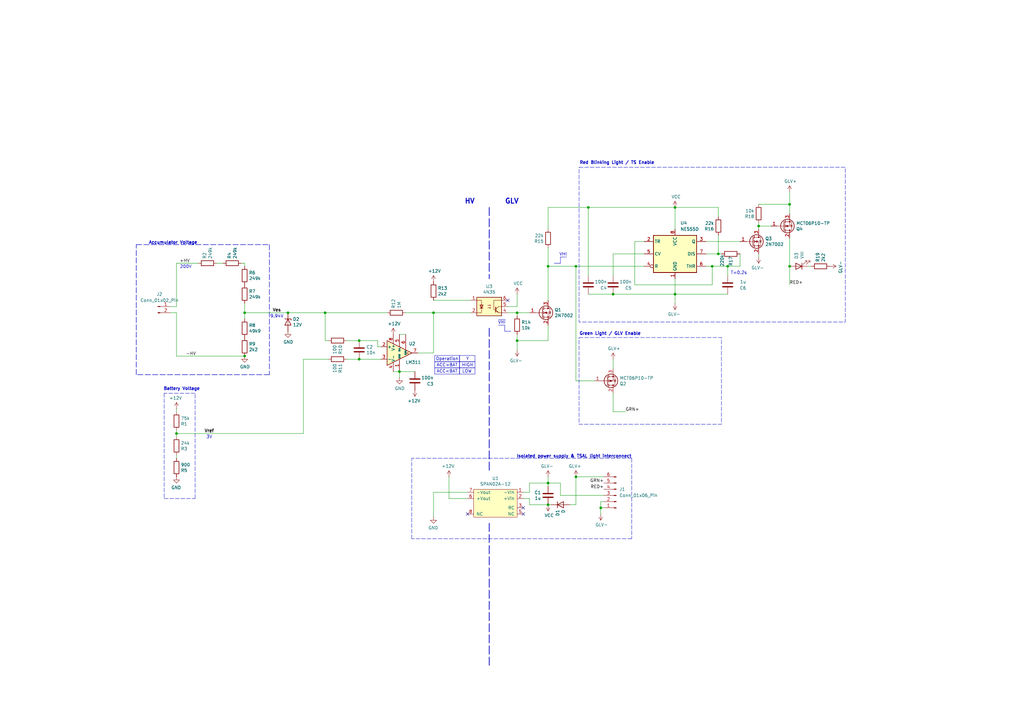
<source format=kicad_sch>
(kicad_sch
	(version 20231120)
	(generator "eeschema")
	(generator_version "8.0")
	(uuid "efd3861c-3368-4a52-b7c1-c66b9c45519a")
	(paper "A3")
	(title_block
		(title "TSAL")
		(date "2025-01-20")
		(rev "1")
		(company "RAM RACING FSAE ")
		(comment 1 "Daniel Ortiz Valencia")
		(comment 2 "danielortval7@gmail.com")
	)
	(lib_symbols
		(symbol "Comparator:LM311"
			(pin_names
				(offset 0.127)
			)
			(exclude_from_sim no)
			(in_bom yes)
			(on_board yes)
			(property "Reference" "U"
				(at 3.81 6.35 0)
				(effects
					(font
						(size 1.27 1.27)
					)
					(justify left)
				)
			)
			(property "Value" "LM311"
				(at 3.81 3.81 0)
				(effects
					(font
						(size 1.27 1.27)
					)
					(justify left)
				)
			)
			(property "Footprint" ""
				(at 0 0 0)
				(effects
					(font
						(size 1.27 1.27)
					)
					(hide yes)
				)
			)
			(property "Datasheet" "https://www.st.com/resource/en/datasheet/lm311.pdf"
				(at 0 0 0)
				(effects
					(font
						(size 1.27 1.27)
					)
					(hide yes)
				)
			)
			(property "Description" "Voltage Comparator, DIP-8/SOIC-8"
				(at 0 0 0)
				(effects
					(font
						(size 1.27 1.27)
					)
					(hide yes)
				)
			)
			(property "ki_keywords" "cmp open collector"
				(at 0 0 0)
				(effects
					(font
						(size 1.27 1.27)
					)
					(hide yes)
				)
			)
			(property "ki_fp_filters" "SOIC*3.9x4.9mm*P1.27mm* DIP*W7.62mm*"
				(at 0 0 0)
				(effects
					(font
						(size 1.27 1.27)
					)
					(hide yes)
				)
			)
			(symbol "LM311_0_1"
				(polyline
					(pts
						(xy 5.08 0) (xy -5.08 5.08) (xy -5.08 -5.08) (xy 5.08 0)
					)
					(stroke
						(width 0.254)
						(type default)
					)
					(fill
						(type background)
					)
				)
				(polyline
					(pts
						(xy 3.683 -0.381) (xy 3.302 -0.381) (xy 3.683 0) (xy 3.302 0.381) (xy 2.921 0) (xy 3.302 -0.381)
						(xy 2.921 -0.381)
					)
					(stroke
						(width 0.127)
						(type default)
					)
					(fill
						(type none)
					)
				)
			)
			(symbol "LM311_1_1"
				(pin passive line
					(at 0 -7.62 90)
					(length 5.08)
					(name "GND"
						(effects
							(font
								(size 0.635 0.635)
							)
						)
					)
					(number "1"
						(effects
							(font
								(size 1.27 1.27)
							)
						)
					)
				)
				(pin input line
					(at -7.62 2.54 0)
					(length 2.54)
					(name "+"
						(effects
							(font
								(size 1.27 1.27)
							)
						)
					)
					(number "2"
						(effects
							(font
								(size 1.27 1.27)
							)
						)
					)
				)
				(pin input line
					(at -7.62 -2.54 0)
					(length 2.54)
					(name "-"
						(effects
							(font
								(size 1.27 1.27)
							)
						)
					)
					(number "3"
						(effects
							(font
								(size 1.27 1.27)
							)
						)
					)
				)
				(pin power_in line
					(at -2.54 -7.62 90)
					(length 3.81)
					(name "V-"
						(effects
							(font
								(size 1.27 1.27)
							)
						)
					)
					(number "4"
						(effects
							(font
								(size 1.27 1.27)
							)
						)
					)
				)
				(pin input line
					(at 0 7.62 270)
					(length 5.08)
					(name "BAL"
						(effects
							(font
								(size 0.635 0.635)
							)
						)
					)
					(number "5"
						(effects
							(font
								(size 1.27 1.27)
							)
						)
					)
				)
				(pin input line
					(at 2.54 7.62 270)
					(length 6.35)
					(name "STRB"
						(effects
							(font
								(size 0.508 0.508)
							)
						)
					)
					(number "6"
						(effects
							(font
								(size 1.27 1.27)
							)
						)
					)
				)
				(pin open_collector line
					(at 7.62 0 180)
					(length 2.54)
					(name "~"
						(effects
							(font
								(size 1.27 1.27)
							)
						)
					)
					(number "7"
						(effects
							(font
								(size 1.27 1.27)
							)
						)
					)
				)
				(pin power_in line
					(at -2.54 7.62 270)
					(length 3.81)
					(name "V+"
						(effects
							(font
								(size 1.27 1.27)
							)
						)
					)
					(number "8"
						(effects
							(font
								(size 1.27 1.27)
							)
						)
					)
				)
			)
		)
		(symbol "Connector:Conn_01x02_Pin"
			(pin_names
				(offset 1.016) hide)
			(exclude_from_sim no)
			(in_bom yes)
			(on_board yes)
			(property "Reference" "J"
				(at 0 2.54 0)
				(effects
					(font
						(size 1.27 1.27)
					)
				)
			)
			(property "Value" "Conn_01x02_Pin"
				(at 0 -5.08 0)
				(effects
					(font
						(size 1.27 1.27)
					)
				)
			)
			(property "Footprint" ""
				(at 0 0 0)
				(effects
					(font
						(size 1.27 1.27)
					)
					(hide yes)
				)
			)
			(property "Datasheet" "~"
				(at 0 0 0)
				(effects
					(font
						(size 1.27 1.27)
					)
					(hide yes)
				)
			)
			(property "Description" "Generic connector, single row, 01x02, script generated"
				(at 0 0 0)
				(effects
					(font
						(size 1.27 1.27)
					)
					(hide yes)
				)
			)
			(property "ki_locked" ""
				(at 0 0 0)
				(effects
					(font
						(size 1.27 1.27)
					)
				)
			)
			(property "ki_keywords" "connector"
				(at 0 0 0)
				(effects
					(font
						(size 1.27 1.27)
					)
					(hide yes)
				)
			)
			(property "ki_fp_filters" "Connector*:*_1x??_*"
				(at 0 0 0)
				(effects
					(font
						(size 1.27 1.27)
					)
					(hide yes)
				)
			)
			(symbol "Conn_01x02_Pin_1_1"
				(polyline
					(pts
						(xy 1.27 -2.54) (xy 0.8636 -2.54)
					)
					(stroke
						(width 0.1524)
						(type default)
					)
					(fill
						(type none)
					)
				)
				(polyline
					(pts
						(xy 1.27 0) (xy 0.8636 0)
					)
					(stroke
						(width 0.1524)
						(type default)
					)
					(fill
						(type none)
					)
				)
				(rectangle
					(start 0.8636 -2.413)
					(end 0 -2.667)
					(stroke
						(width 0.1524)
						(type default)
					)
					(fill
						(type outline)
					)
				)
				(rectangle
					(start 0.8636 0.127)
					(end 0 -0.127)
					(stroke
						(width 0.1524)
						(type default)
					)
					(fill
						(type outline)
					)
				)
				(pin passive line
					(at 5.08 0 180)
					(length 3.81)
					(name "Pin_1"
						(effects
							(font
								(size 1.27 1.27)
							)
						)
					)
					(number "1"
						(effects
							(font
								(size 1.27 1.27)
							)
						)
					)
				)
				(pin passive line
					(at 5.08 -2.54 180)
					(length 3.81)
					(name "Pin_2"
						(effects
							(font
								(size 1.27 1.27)
							)
						)
					)
					(number "2"
						(effects
							(font
								(size 1.27 1.27)
							)
						)
					)
				)
			)
		)
		(symbol "Connector:Conn_01x06_Pin"
			(pin_names
				(offset 1.016) hide)
			(exclude_from_sim no)
			(in_bom yes)
			(on_board yes)
			(property "Reference" "J"
				(at 0 7.62 0)
				(effects
					(font
						(size 1.27 1.27)
					)
				)
			)
			(property "Value" "Conn_01x06_Pin"
				(at 0 -10.16 0)
				(effects
					(font
						(size 1.27 1.27)
					)
				)
			)
			(property "Footprint" ""
				(at 0 0 0)
				(effects
					(font
						(size 1.27 1.27)
					)
					(hide yes)
				)
			)
			(property "Datasheet" "~"
				(at 0 0 0)
				(effects
					(font
						(size 1.27 1.27)
					)
					(hide yes)
				)
			)
			(property "Description" "Generic connector, single row, 01x06, script generated"
				(at 0 0 0)
				(effects
					(font
						(size 1.27 1.27)
					)
					(hide yes)
				)
			)
			(property "ki_locked" ""
				(at 0 0 0)
				(effects
					(font
						(size 1.27 1.27)
					)
				)
			)
			(property "ki_keywords" "connector"
				(at 0 0 0)
				(effects
					(font
						(size 1.27 1.27)
					)
					(hide yes)
				)
			)
			(property "ki_fp_filters" "Connector*:*_1x??_*"
				(at 0 0 0)
				(effects
					(font
						(size 1.27 1.27)
					)
					(hide yes)
				)
			)
			(symbol "Conn_01x06_Pin_1_1"
				(polyline
					(pts
						(xy 1.27 -7.62) (xy 0.8636 -7.62)
					)
					(stroke
						(width 0.1524)
						(type default)
					)
					(fill
						(type none)
					)
				)
				(polyline
					(pts
						(xy 1.27 -5.08) (xy 0.8636 -5.08)
					)
					(stroke
						(width 0.1524)
						(type default)
					)
					(fill
						(type none)
					)
				)
				(polyline
					(pts
						(xy 1.27 -2.54) (xy 0.8636 -2.54)
					)
					(stroke
						(width 0.1524)
						(type default)
					)
					(fill
						(type none)
					)
				)
				(polyline
					(pts
						(xy 1.27 0) (xy 0.8636 0)
					)
					(stroke
						(width 0.1524)
						(type default)
					)
					(fill
						(type none)
					)
				)
				(polyline
					(pts
						(xy 1.27 2.54) (xy 0.8636 2.54)
					)
					(stroke
						(width 0.1524)
						(type default)
					)
					(fill
						(type none)
					)
				)
				(polyline
					(pts
						(xy 1.27 5.08) (xy 0.8636 5.08)
					)
					(stroke
						(width 0.1524)
						(type default)
					)
					(fill
						(type none)
					)
				)
				(rectangle
					(start 0.8636 -7.493)
					(end 0 -7.747)
					(stroke
						(width 0.1524)
						(type default)
					)
					(fill
						(type outline)
					)
				)
				(rectangle
					(start 0.8636 -4.953)
					(end 0 -5.207)
					(stroke
						(width 0.1524)
						(type default)
					)
					(fill
						(type outline)
					)
				)
				(rectangle
					(start 0.8636 -2.413)
					(end 0 -2.667)
					(stroke
						(width 0.1524)
						(type default)
					)
					(fill
						(type outline)
					)
				)
				(rectangle
					(start 0.8636 0.127)
					(end 0 -0.127)
					(stroke
						(width 0.1524)
						(type default)
					)
					(fill
						(type outline)
					)
				)
				(rectangle
					(start 0.8636 2.667)
					(end 0 2.413)
					(stroke
						(width 0.1524)
						(type default)
					)
					(fill
						(type outline)
					)
				)
				(rectangle
					(start 0.8636 5.207)
					(end 0 4.953)
					(stroke
						(width 0.1524)
						(type default)
					)
					(fill
						(type outline)
					)
				)
				(pin passive line
					(at 5.08 5.08 180)
					(length 3.81)
					(name "Pin_1"
						(effects
							(font
								(size 1.27 1.27)
							)
						)
					)
					(number "1"
						(effects
							(font
								(size 1.27 1.27)
							)
						)
					)
				)
				(pin passive line
					(at 5.08 2.54 180)
					(length 3.81)
					(name "Pin_2"
						(effects
							(font
								(size 1.27 1.27)
							)
						)
					)
					(number "2"
						(effects
							(font
								(size 1.27 1.27)
							)
						)
					)
				)
				(pin passive line
					(at 5.08 0 180)
					(length 3.81)
					(name "Pin_3"
						(effects
							(font
								(size 1.27 1.27)
							)
						)
					)
					(number "3"
						(effects
							(font
								(size 1.27 1.27)
							)
						)
					)
				)
				(pin passive line
					(at 5.08 -2.54 180)
					(length 3.81)
					(name "Pin_4"
						(effects
							(font
								(size 1.27 1.27)
							)
						)
					)
					(number "4"
						(effects
							(font
								(size 1.27 1.27)
							)
						)
					)
				)
				(pin passive line
					(at 5.08 -5.08 180)
					(length 3.81)
					(name "Pin_5"
						(effects
							(font
								(size 1.27 1.27)
							)
						)
					)
					(number "5"
						(effects
							(font
								(size 1.27 1.27)
							)
						)
					)
				)
				(pin passive line
					(at 5.08 -7.62 180)
					(length 3.81)
					(name "Pin_6"
						(effects
							(font
								(size 1.27 1.27)
							)
						)
					)
					(number "6"
						(effects
							(font
								(size 1.27 1.27)
							)
						)
					)
				)
			)
		)
		(symbol "Device:C"
			(pin_numbers hide)
			(pin_names
				(offset 0.254)
			)
			(exclude_from_sim no)
			(in_bom yes)
			(on_board yes)
			(property "Reference" "C"
				(at 0.635 2.54 0)
				(effects
					(font
						(size 1.27 1.27)
					)
					(justify left)
				)
			)
			(property "Value" "C"
				(at 0.635 -2.54 0)
				(effects
					(font
						(size 1.27 1.27)
					)
					(justify left)
				)
			)
			(property "Footprint" ""
				(at 0.9652 -3.81 0)
				(effects
					(font
						(size 1.27 1.27)
					)
					(hide yes)
				)
			)
			(property "Datasheet" "~"
				(at 0 0 0)
				(effects
					(font
						(size 1.27 1.27)
					)
					(hide yes)
				)
			)
			(property "Description" "Unpolarized capacitor"
				(at 0 0 0)
				(effects
					(font
						(size 1.27 1.27)
					)
					(hide yes)
				)
			)
			(property "ki_keywords" "cap capacitor"
				(at 0 0 0)
				(effects
					(font
						(size 1.27 1.27)
					)
					(hide yes)
				)
			)
			(property "ki_fp_filters" "C_*"
				(at 0 0 0)
				(effects
					(font
						(size 1.27 1.27)
					)
					(hide yes)
				)
			)
			(symbol "C_0_1"
				(polyline
					(pts
						(xy -2.032 -0.762) (xy 2.032 -0.762)
					)
					(stroke
						(width 0.508)
						(type default)
					)
					(fill
						(type none)
					)
				)
				(polyline
					(pts
						(xy -2.032 0.762) (xy 2.032 0.762)
					)
					(stroke
						(width 0.508)
						(type default)
					)
					(fill
						(type none)
					)
				)
			)
			(symbol "C_1_1"
				(pin passive line
					(at 0 3.81 270)
					(length 2.794)
					(name "~"
						(effects
							(font
								(size 1.27 1.27)
							)
						)
					)
					(number "1"
						(effects
							(font
								(size 1.27 1.27)
							)
						)
					)
				)
				(pin passive line
					(at 0 -3.81 90)
					(length 2.794)
					(name "~"
						(effects
							(font
								(size 1.27 1.27)
							)
						)
					)
					(number "2"
						(effects
							(font
								(size 1.27 1.27)
							)
						)
					)
				)
			)
		)
		(symbol "Device:D"
			(pin_numbers hide)
			(pin_names
				(offset 1.016) hide)
			(exclude_from_sim no)
			(in_bom yes)
			(on_board yes)
			(property "Reference" "D"
				(at 0 2.54 0)
				(effects
					(font
						(size 1.27 1.27)
					)
				)
			)
			(property "Value" "D"
				(at 0 -2.54 0)
				(effects
					(font
						(size 1.27 1.27)
					)
				)
			)
			(property "Footprint" ""
				(at 0 0 0)
				(effects
					(font
						(size 1.27 1.27)
					)
					(hide yes)
				)
			)
			(property "Datasheet" "~"
				(at 0 0 0)
				(effects
					(font
						(size 1.27 1.27)
					)
					(hide yes)
				)
			)
			(property "Description" "Diode"
				(at 0 0 0)
				(effects
					(font
						(size 1.27 1.27)
					)
					(hide yes)
				)
			)
			(property "Sim.Device" "D"
				(at 0 0 0)
				(effects
					(font
						(size 1.27 1.27)
					)
					(hide yes)
				)
			)
			(property "Sim.Pins" "1=K 2=A"
				(at 0 0 0)
				(effects
					(font
						(size 1.27 1.27)
					)
					(hide yes)
				)
			)
			(property "ki_keywords" "diode"
				(at 0 0 0)
				(effects
					(font
						(size 1.27 1.27)
					)
					(hide yes)
				)
			)
			(property "ki_fp_filters" "TO-???* *_Diode_* *SingleDiode* D_*"
				(at 0 0 0)
				(effects
					(font
						(size 1.27 1.27)
					)
					(hide yes)
				)
			)
			(symbol "D_0_1"
				(polyline
					(pts
						(xy -1.27 1.27) (xy -1.27 -1.27)
					)
					(stroke
						(width 0.254)
						(type default)
					)
					(fill
						(type none)
					)
				)
				(polyline
					(pts
						(xy 1.27 0) (xy -1.27 0)
					)
					(stroke
						(width 0)
						(type default)
					)
					(fill
						(type none)
					)
				)
				(polyline
					(pts
						(xy 1.27 1.27) (xy 1.27 -1.27) (xy -1.27 0) (xy 1.27 1.27)
					)
					(stroke
						(width 0.254)
						(type default)
					)
					(fill
						(type none)
					)
				)
			)
			(symbol "D_1_1"
				(pin passive line
					(at -3.81 0 0)
					(length 2.54)
					(name "K"
						(effects
							(font
								(size 1.27 1.27)
							)
						)
					)
					(number "1"
						(effects
							(font
								(size 1.27 1.27)
							)
						)
					)
				)
				(pin passive line
					(at 3.81 0 180)
					(length 2.54)
					(name "A"
						(effects
							(font
								(size 1.27 1.27)
							)
						)
					)
					(number "2"
						(effects
							(font
								(size 1.27 1.27)
							)
						)
					)
				)
			)
		)
		(symbol "Device:D_Zener"
			(pin_numbers hide)
			(pin_names
				(offset 1.016) hide)
			(exclude_from_sim no)
			(in_bom yes)
			(on_board yes)
			(property "Reference" "D"
				(at 0 2.54 0)
				(effects
					(font
						(size 1.27 1.27)
					)
				)
			)
			(property "Value" "D_Zener"
				(at 0 -2.54 0)
				(effects
					(font
						(size 1.27 1.27)
					)
				)
			)
			(property "Footprint" ""
				(at 0 0 0)
				(effects
					(font
						(size 1.27 1.27)
					)
					(hide yes)
				)
			)
			(property "Datasheet" "~"
				(at 0 0 0)
				(effects
					(font
						(size 1.27 1.27)
					)
					(hide yes)
				)
			)
			(property "Description" "Zener diode"
				(at 0 0 0)
				(effects
					(font
						(size 1.27 1.27)
					)
					(hide yes)
				)
			)
			(property "ki_keywords" "diode"
				(at 0 0 0)
				(effects
					(font
						(size 1.27 1.27)
					)
					(hide yes)
				)
			)
			(property "ki_fp_filters" "TO-???* *_Diode_* *SingleDiode* D_*"
				(at 0 0 0)
				(effects
					(font
						(size 1.27 1.27)
					)
					(hide yes)
				)
			)
			(symbol "D_Zener_0_1"
				(polyline
					(pts
						(xy 1.27 0) (xy -1.27 0)
					)
					(stroke
						(width 0)
						(type default)
					)
					(fill
						(type none)
					)
				)
				(polyline
					(pts
						(xy -1.27 -1.27) (xy -1.27 1.27) (xy -0.762 1.27)
					)
					(stroke
						(width 0.254)
						(type default)
					)
					(fill
						(type none)
					)
				)
				(polyline
					(pts
						(xy 1.27 -1.27) (xy 1.27 1.27) (xy -1.27 0) (xy 1.27 -1.27)
					)
					(stroke
						(width 0.254)
						(type default)
					)
					(fill
						(type none)
					)
				)
			)
			(symbol "D_Zener_1_1"
				(pin passive line
					(at -3.81 0 0)
					(length 2.54)
					(name "K"
						(effects
							(font
								(size 1.27 1.27)
							)
						)
					)
					(number "1"
						(effects
							(font
								(size 1.27 1.27)
							)
						)
					)
				)
				(pin passive line
					(at 3.81 0 180)
					(length 2.54)
					(name "A"
						(effects
							(font
								(size 1.27 1.27)
							)
						)
					)
					(number "2"
						(effects
							(font
								(size 1.27 1.27)
							)
						)
					)
				)
			)
		)
		(symbol "Device:LED"
			(pin_numbers hide)
			(pin_names
				(offset 1.016) hide)
			(exclude_from_sim no)
			(in_bom yes)
			(on_board yes)
			(property "Reference" "D"
				(at 0 2.54 0)
				(effects
					(font
						(size 1.27 1.27)
					)
				)
			)
			(property "Value" "LED"
				(at 0 -2.54 0)
				(effects
					(font
						(size 1.27 1.27)
					)
				)
			)
			(property "Footprint" ""
				(at 0 0 0)
				(effects
					(font
						(size 1.27 1.27)
					)
					(hide yes)
				)
			)
			(property "Datasheet" "~"
				(at 0 0 0)
				(effects
					(font
						(size 1.27 1.27)
					)
					(hide yes)
				)
			)
			(property "Description" "Light emitting diode"
				(at 0 0 0)
				(effects
					(font
						(size 1.27 1.27)
					)
					(hide yes)
				)
			)
			(property "ki_keywords" "LED diode"
				(at 0 0 0)
				(effects
					(font
						(size 1.27 1.27)
					)
					(hide yes)
				)
			)
			(property "ki_fp_filters" "LED* LED_SMD:* LED_THT:*"
				(at 0 0 0)
				(effects
					(font
						(size 1.27 1.27)
					)
					(hide yes)
				)
			)
			(symbol "LED_0_1"
				(polyline
					(pts
						(xy -1.27 -1.27) (xy -1.27 1.27)
					)
					(stroke
						(width 0.254)
						(type default)
					)
					(fill
						(type none)
					)
				)
				(polyline
					(pts
						(xy -1.27 0) (xy 1.27 0)
					)
					(stroke
						(width 0)
						(type default)
					)
					(fill
						(type none)
					)
				)
				(polyline
					(pts
						(xy 1.27 -1.27) (xy 1.27 1.27) (xy -1.27 0) (xy 1.27 -1.27)
					)
					(stroke
						(width 0.254)
						(type default)
					)
					(fill
						(type none)
					)
				)
				(polyline
					(pts
						(xy -3.048 -0.762) (xy -4.572 -2.286) (xy -3.81 -2.286) (xy -4.572 -2.286) (xy -4.572 -1.524)
					)
					(stroke
						(width 0)
						(type default)
					)
					(fill
						(type none)
					)
				)
				(polyline
					(pts
						(xy -1.778 -0.762) (xy -3.302 -2.286) (xy -2.54 -2.286) (xy -3.302 -2.286) (xy -3.302 -1.524)
					)
					(stroke
						(width 0)
						(type default)
					)
					(fill
						(type none)
					)
				)
			)
			(symbol "LED_1_1"
				(pin passive line
					(at -3.81 0 0)
					(length 2.54)
					(name "K"
						(effects
							(font
								(size 1.27 1.27)
							)
						)
					)
					(number "1"
						(effects
							(font
								(size 1.27 1.27)
							)
						)
					)
				)
				(pin passive line
					(at 3.81 0 180)
					(length 2.54)
					(name "A"
						(effects
							(font
								(size 1.27 1.27)
							)
						)
					)
					(number "2"
						(effects
							(font
								(size 1.27 1.27)
							)
						)
					)
				)
			)
		)
		(symbol "Device:Q_PMOS_GDS"
			(pin_names
				(offset 0) hide)
			(exclude_from_sim no)
			(in_bom yes)
			(on_board yes)
			(property "Reference" "Q"
				(at 5.08 1.27 0)
				(effects
					(font
						(size 1.27 1.27)
					)
					(justify left)
				)
			)
			(property "Value" "Q_PMOS_GDS"
				(at 5.08 -1.27 0)
				(effects
					(font
						(size 1.27 1.27)
					)
					(justify left)
				)
			)
			(property "Footprint" ""
				(at 5.08 2.54 0)
				(effects
					(font
						(size 1.27 1.27)
					)
					(hide yes)
				)
			)
			(property "Datasheet" "~"
				(at 0 0 0)
				(effects
					(font
						(size 1.27 1.27)
					)
					(hide yes)
				)
			)
			(property "Description" "P-MOSFET transistor, gate/drain/source"
				(at 0 0 0)
				(effects
					(font
						(size 1.27 1.27)
					)
					(hide yes)
				)
			)
			(property "ki_keywords" "transistor PMOS P-MOS P-MOSFET"
				(at 0 0 0)
				(effects
					(font
						(size 1.27 1.27)
					)
					(hide yes)
				)
			)
			(symbol "Q_PMOS_GDS_0_1"
				(polyline
					(pts
						(xy 0.254 0) (xy -2.54 0)
					)
					(stroke
						(width 0)
						(type default)
					)
					(fill
						(type none)
					)
				)
				(polyline
					(pts
						(xy 0.254 1.905) (xy 0.254 -1.905)
					)
					(stroke
						(width 0.254)
						(type default)
					)
					(fill
						(type none)
					)
				)
				(polyline
					(pts
						(xy 0.762 -1.27) (xy 0.762 -2.286)
					)
					(stroke
						(width 0.254)
						(type default)
					)
					(fill
						(type none)
					)
				)
				(polyline
					(pts
						(xy 0.762 0.508) (xy 0.762 -0.508)
					)
					(stroke
						(width 0.254)
						(type default)
					)
					(fill
						(type none)
					)
				)
				(polyline
					(pts
						(xy 0.762 2.286) (xy 0.762 1.27)
					)
					(stroke
						(width 0.254)
						(type default)
					)
					(fill
						(type none)
					)
				)
				(polyline
					(pts
						(xy 2.54 2.54) (xy 2.54 1.778)
					)
					(stroke
						(width 0)
						(type default)
					)
					(fill
						(type none)
					)
				)
				(polyline
					(pts
						(xy 2.54 -2.54) (xy 2.54 0) (xy 0.762 0)
					)
					(stroke
						(width 0)
						(type default)
					)
					(fill
						(type none)
					)
				)
				(polyline
					(pts
						(xy 0.762 1.778) (xy 3.302 1.778) (xy 3.302 -1.778) (xy 0.762 -1.778)
					)
					(stroke
						(width 0)
						(type default)
					)
					(fill
						(type none)
					)
				)
				(polyline
					(pts
						(xy 2.286 0) (xy 1.27 0.381) (xy 1.27 -0.381) (xy 2.286 0)
					)
					(stroke
						(width 0)
						(type default)
					)
					(fill
						(type outline)
					)
				)
				(polyline
					(pts
						(xy 2.794 -0.508) (xy 2.921 -0.381) (xy 3.683 -0.381) (xy 3.81 -0.254)
					)
					(stroke
						(width 0)
						(type default)
					)
					(fill
						(type none)
					)
				)
				(polyline
					(pts
						(xy 3.302 -0.381) (xy 2.921 0.254) (xy 3.683 0.254) (xy 3.302 -0.381)
					)
					(stroke
						(width 0)
						(type default)
					)
					(fill
						(type none)
					)
				)
				(circle
					(center 1.651 0)
					(radius 2.794)
					(stroke
						(width 0.254)
						(type default)
					)
					(fill
						(type none)
					)
				)
				(circle
					(center 2.54 -1.778)
					(radius 0.254)
					(stroke
						(width 0)
						(type default)
					)
					(fill
						(type outline)
					)
				)
				(circle
					(center 2.54 1.778)
					(radius 0.254)
					(stroke
						(width 0)
						(type default)
					)
					(fill
						(type outline)
					)
				)
			)
			(symbol "Q_PMOS_GDS_1_1"
				(pin input line
					(at -5.08 0 0)
					(length 2.54)
					(name "G"
						(effects
							(font
								(size 1.27 1.27)
							)
						)
					)
					(number "1"
						(effects
							(font
								(size 1.27 1.27)
							)
						)
					)
				)
				(pin passive line
					(at 2.54 5.08 270)
					(length 2.54)
					(name "D"
						(effects
							(font
								(size 1.27 1.27)
							)
						)
					)
					(number "2"
						(effects
							(font
								(size 1.27 1.27)
							)
						)
					)
				)
				(pin passive line
					(at 2.54 -5.08 90)
					(length 2.54)
					(name "S"
						(effects
							(font
								(size 1.27 1.27)
							)
						)
					)
					(number "3"
						(effects
							(font
								(size 1.27 1.27)
							)
						)
					)
				)
			)
		)
		(symbol "Device:R"
			(pin_numbers hide)
			(pin_names
				(offset 0)
			)
			(exclude_from_sim no)
			(in_bom yes)
			(on_board yes)
			(property "Reference" "R"
				(at 2.032 0 90)
				(effects
					(font
						(size 1.27 1.27)
					)
				)
			)
			(property "Value" "R"
				(at 0 0 90)
				(effects
					(font
						(size 1.27 1.27)
					)
				)
			)
			(property "Footprint" ""
				(at -1.778 0 90)
				(effects
					(font
						(size 1.27 1.27)
					)
					(hide yes)
				)
			)
			(property "Datasheet" "~"
				(at 0 0 0)
				(effects
					(font
						(size 1.27 1.27)
					)
					(hide yes)
				)
			)
			(property "Description" "Resistor"
				(at 0 0 0)
				(effects
					(font
						(size 1.27 1.27)
					)
					(hide yes)
				)
			)
			(property "ki_keywords" "R res resistor"
				(at 0 0 0)
				(effects
					(font
						(size 1.27 1.27)
					)
					(hide yes)
				)
			)
			(property "ki_fp_filters" "R_*"
				(at 0 0 0)
				(effects
					(font
						(size 1.27 1.27)
					)
					(hide yes)
				)
			)
			(symbol "R_0_1"
				(rectangle
					(start -1.016 -2.54)
					(end 1.016 2.54)
					(stroke
						(width 0.254)
						(type default)
					)
					(fill
						(type none)
					)
				)
			)
			(symbol "R_1_1"
				(pin passive line
					(at 0 3.81 270)
					(length 1.27)
					(name "~"
						(effects
							(font
								(size 1.27 1.27)
							)
						)
					)
					(number "1"
						(effects
							(font
								(size 1.27 1.27)
							)
						)
					)
				)
				(pin passive line
					(at 0 -3.81 90)
					(length 1.27)
					(name "~"
						(effects
							(font
								(size 1.27 1.27)
							)
						)
					)
					(number "2"
						(effects
							(font
								(size 1.27 1.27)
							)
						)
					)
				)
			)
		)
		(symbol "Isolator:4N35"
			(pin_names
				(offset 1.016)
			)
			(exclude_from_sim no)
			(in_bom yes)
			(on_board yes)
			(property "Reference" "U"
				(at -5.08 5.08 0)
				(effects
					(font
						(size 1.27 1.27)
					)
					(justify left)
				)
			)
			(property "Value" "4N35"
				(at 0 5.08 0)
				(effects
					(font
						(size 1.27 1.27)
					)
					(justify left)
				)
			)
			(property "Footprint" "Package_DIP:DIP-6_W7.62mm"
				(at -5.08 -5.08 0)
				(effects
					(font
						(size 1.27 1.27)
						(italic yes)
					)
					(justify left)
					(hide yes)
				)
			)
			(property "Datasheet" "https://www.vishay.com/docs/81181/4n35.pdf"
				(at 0 0 0)
				(effects
					(font
						(size 1.27 1.27)
					)
					(justify left)
					(hide yes)
				)
			)
			(property "Description" "Optocoupler, Phototransistor Output, with Base Connection, Vce 70V, CTR 100%, Viso 5000V, DIP6"
				(at 0 0 0)
				(effects
					(font
						(size 1.27 1.27)
					)
					(hide yes)
				)
			)
			(property "ki_keywords" "NPN DC Optocoupler Base Connected"
				(at 0 0 0)
				(effects
					(font
						(size 1.27 1.27)
					)
					(hide yes)
				)
			)
			(property "ki_fp_filters" "DIP*W7.62mm*"
				(at 0 0 0)
				(effects
					(font
						(size 1.27 1.27)
					)
					(hide yes)
				)
			)
			(symbol "4N35_0_1"
				(rectangle
					(start -5.08 3.81)
					(end 5.08 -3.81)
					(stroke
						(width 0.254)
						(type default)
					)
					(fill
						(type background)
					)
				)
				(polyline
					(pts
						(xy -3.81 -0.635) (xy -2.54 -0.635)
					)
					(stroke
						(width 0.254)
						(type default)
					)
					(fill
						(type none)
					)
				)
				(polyline
					(pts
						(xy 2.667 -1.397) (xy 3.81 -2.54)
					)
					(stroke
						(width 0)
						(type default)
					)
					(fill
						(type none)
					)
				)
				(polyline
					(pts
						(xy 2.667 -1.143) (xy 3.81 0)
					)
					(stroke
						(width 0)
						(type default)
					)
					(fill
						(type none)
					)
				)
				(polyline
					(pts
						(xy 3.81 -2.54) (xy 5.08 -2.54)
					)
					(stroke
						(width 0)
						(type default)
					)
					(fill
						(type none)
					)
				)
				(polyline
					(pts
						(xy 3.81 0) (xy 5.08 0)
					)
					(stroke
						(width 0)
						(type default)
					)
					(fill
						(type none)
					)
				)
				(polyline
					(pts
						(xy 2.667 -0.254) (xy 2.667 -2.286) (xy 2.667 -2.286)
					)
					(stroke
						(width 0.3556)
						(type default)
					)
					(fill
						(type none)
					)
				)
				(polyline
					(pts
						(xy -5.08 -2.54) (xy -3.175 -2.54) (xy -3.175 2.54) (xy -5.08 2.54)
					)
					(stroke
						(width 0)
						(type default)
					)
					(fill
						(type none)
					)
				)
				(polyline
					(pts
						(xy -3.175 -0.635) (xy -3.81 0.635) (xy -2.54 0.635) (xy -3.175 -0.635)
					)
					(stroke
						(width 0.254)
						(type default)
					)
					(fill
						(type none)
					)
				)
				(polyline
					(pts
						(xy 3.683 -2.413) (xy 3.429 -1.905) (xy 3.175 -2.159) (xy 3.683 -2.413)
					)
					(stroke
						(width 0)
						(type default)
					)
					(fill
						(type none)
					)
				)
				(polyline
					(pts
						(xy 5.08 2.54) (xy 1.905 2.54) (xy 1.905 -1.27) (xy 2.54 -1.27)
					)
					(stroke
						(width 0)
						(type default)
					)
					(fill
						(type none)
					)
				)
				(polyline
					(pts
						(xy -0.635 -0.508) (xy 0.635 -0.508) (xy 0.254 -0.635) (xy 0.254 -0.381) (xy 0.635 -0.508)
					)
					(stroke
						(width 0)
						(type default)
					)
					(fill
						(type none)
					)
				)
				(polyline
					(pts
						(xy -0.635 0.508) (xy 0.635 0.508) (xy 0.254 0.381) (xy 0.254 0.635) (xy 0.635 0.508)
					)
					(stroke
						(width 0)
						(type default)
					)
					(fill
						(type none)
					)
				)
			)
			(symbol "4N35_1_1"
				(pin passive line
					(at -7.62 2.54 0)
					(length 2.54)
					(name "~"
						(effects
							(font
								(size 1.27 1.27)
							)
						)
					)
					(number "1"
						(effects
							(font
								(size 1.27 1.27)
							)
						)
					)
				)
				(pin passive line
					(at -7.62 -2.54 0)
					(length 2.54)
					(name "~"
						(effects
							(font
								(size 1.27 1.27)
							)
						)
					)
					(number "2"
						(effects
							(font
								(size 1.27 1.27)
							)
						)
					)
				)
				(pin no_connect line
					(at -5.08 0 0)
					(length 2.54) hide
					(name "NC"
						(effects
							(font
								(size 1.27 1.27)
							)
						)
					)
					(number "3"
						(effects
							(font
								(size 1.27 1.27)
							)
						)
					)
				)
				(pin passive line
					(at 7.62 -2.54 180)
					(length 2.54)
					(name "~"
						(effects
							(font
								(size 1.27 1.27)
							)
						)
					)
					(number "4"
						(effects
							(font
								(size 1.27 1.27)
							)
						)
					)
				)
				(pin passive line
					(at 7.62 0 180)
					(length 2.54)
					(name "~"
						(effects
							(font
								(size 1.27 1.27)
							)
						)
					)
					(number "5"
						(effects
							(font
								(size 1.27 1.27)
							)
						)
					)
				)
				(pin passive line
					(at 7.62 2.54 180)
					(length 2.54)
					(name "~"
						(effects
							(font
								(size 1.27 1.27)
							)
						)
					)
					(number "6"
						(effects
							(font
								(size 1.27 1.27)
							)
						)
					)
				)
			)
		)
		(symbol "TSAL-HVM:SPAN02A-12"
			(pin_names
				(offset 1.016)
			)
			(exclude_from_sim no)
			(in_bom yes)
			(on_board yes)
			(property "Reference" "U"
				(at -7.62 6.35 0)
				(effects
					(font
						(size 1.27 1.27)
					)
				)
			)
			(property "Value" "SPAN02A-12"
				(at 0 -7.62 0)
				(effects
					(font
						(size 1.27 1.27)
					)
				)
			)
			(property "Footprint" ""
				(at 1.27 0 0)
				(effects
					(font
						(size 1.27 1.27)
					)
					(hide yes)
				)
			)
			(property "Datasheet" ""
				(at 1.27 0 0)
				(effects
					(font
						(size 1.27 1.27)
					)
					(hide yes)
				)
			)
			(property "Description" ""
				(at 0 0 0)
				(effects
					(font
						(size 1.27 1.27)
					)
					(hide yes)
				)
			)
			(symbol "SPAN02A-12_0_1"
				(rectangle
					(start 8.89 -6.35)
					(end -8.89 5.08)
					(stroke
						(width 0)
						(type solid)
					)
					(fill
						(type background)
					)
				)
			)
			(symbol "SPAN02A-12_1_1"
				(pin input line
					(at -11.43 3.81 0)
					(length 2.54)
					(name "-Vin"
						(effects
							(font
								(size 1.27 1.27)
							)
						)
					)
					(number "1"
						(effects
							(font
								(size 1.27 1.27)
							)
						)
					)
				)
				(pin input line
					(at -11.43 1.27 0)
					(length 2.54)
					(name "+Vin"
						(effects
							(font
								(size 1.27 1.27)
							)
						)
					)
					(number "2"
						(effects
							(font
								(size 1.27 1.27)
							)
						)
					)
				)
				(pin input line
					(at -11.43 -2.54 0)
					(length 2.54)
					(name "RC"
						(effects
							(font
								(size 1.27 1.27)
							)
						)
					)
					(number "3"
						(effects
							(font
								(size 1.27 1.27)
							)
						)
					)
				)
				(pin input line
					(at -11.43 -5.08 0)
					(length 2.54)
					(name "NC"
						(effects
							(font
								(size 1.27 1.27)
							)
						)
					)
					(number "5"
						(effects
							(font
								(size 1.27 1.27)
							)
						)
					)
				)
				(pin input line
					(at 11.43 1.27 180)
					(length 2.54)
					(name "+Vout"
						(effects
							(font
								(size 1.27 1.27)
							)
						)
					)
					(number "6"
						(effects
							(font
								(size 1.27 1.27)
							)
						)
					)
				)
				(pin input line
					(at 11.43 3.81 180)
					(length 2.54)
					(name "-Vout"
						(effects
							(font
								(size 1.27 1.27)
							)
						)
					)
					(number "7"
						(effects
							(font
								(size 1.27 1.27)
							)
						)
					)
				)
				(pin input line
					(at 11.43 -5.08 180)
					(length 2.54)
					(name "NC"
						(effects
							(font
								(size 1.27 1.27)
							)
						)
					)
					(number "8"
						(effects
							(font
								(size 1.27 1.27)
							)
						)
					)
				)
			)
		)
		(symbol "Timer:NE555D"
			(exclude_from_sim no)
			(in_bom yes)
			(on_board yes)
			(property "Reference" "U"
				(at -10.16 8.89 0)
				(effects
					(font
						(size 1.27 1.27)
					)
					(justify left)
				)
			)
			(property "Value" "NE555D"
				(at 2.54 8.89 0)
				(effects
					(font
						(size 1.27 1.27)
					)
					(justify left)
				)
			)
			(property "Footprint" "Package_SO:SOIC-8_3.9x4.9mm_P1.27mm"
				(at 21.59 -10.16 0)
				(effects
					(font
						(size 1.27 1.27)
					)
					(hide yes)
				)
			)
			(property "Datasheet" "http://www.ti.com/lit/ds/symlink/ne555.pdf"
				(at 21.59 -10.16 0)
				(effects
					(font
						(size 1.27 1.27)
					)
					(hide yes)
				)
			)
			(property "Description" "Precision Timers, 555 compatible, SOIC-8"
				(at 0 0 0)
				(effects
					(font
						(size 1.27 1.27)
					)
					(hide yes)
				)
			)
			(property "ki_keywords" "single timer 555"
				(at 0 0 0)
				(effects
					(font
						(size 1.27 1.27)
					)
					(hide yes)
				)
			)
			(property "ki_fp_filters" "SOIC*3.9x4.9mm*P1.27mm*"
				(at 0 0 0)
				(effects
					(font
						(size 1.27 1.27)
					)
					(hide yes)
				)
			)
			(symbol "NE555D_0_0"
				(pin power_in line
					(at 0 -10.16 90)
					(length 2.54)
					(name "GND"
						(effects
							(font
								(size 1.27 1.27)
							)
						)
					)
					(number "1"
						(effects
							(font
								(size 1.27 1.27)
							)
						)
					)
				)
				(pin power_in line
					(at 0 10.16 270)
					(length 2.54)
					(name "VCC"
						(effects
							(font
								(size 1.27 1.27)
							)
						)
					)
					(number "8"
						(effects
							(font
								(size 1.27 1.27)
							)
						)
					)
				)
			)
			(symbol "NE555D_0_1"
				(rectangle
					(start -8.89 -7.62)
					(end 8.89 7.62)
					(stroke
						(width 0.254)
						(type default)
					)
					(fill
						(type background)
					)
				)
				(rectangle
					(start -8.89 -7.62)
					(end 8.89 7.62)
					(stroke
						(width 0.254)
						(type default)
					)
					(fill
						(type background)
					)
				)
			)
			(symbol "NE555D_1_1"
				(pin input line
					(at -12.7 5.08 0)
					(length 3.81)
					(name "TR"
						(effects
							(font
								(size 1.27 1.27)
							)
						)
					)
					(number "2"
						(effects
							(font
								(size 1.27 1.27)
							)
						)
					)
				)
				(pin output line
					(at 12.7 5.08 180)
					(length 3.81)
					(name "Q"
						(effects
							(font
								(size 1.27 1.27)
							)
						)
					)
					(number "3"
						(effects
							(font
								(size 1.27 1.27)
							)
						)
					)
				)
				(pin input inverted
					(at -12.7 -5.08 0)
					(length 3.81)
					(name "R"
						(effects
							(font
								(size 1.27 1.27)
							)
						)
					)
					(number "4"
						(effects
							(font
								(size 1.27 1.27)
							)
						)
					)
				)
				(pin input line
					(at -12.7 0 0)
					(length 3.81)
					(name "CV"
						(effects
							(font
								(size 1.27 1.27)
							)
						)
					)
					(number "5"
						(effects
							(font
								(size 1.27 1.27)
							)
						)
					)
				)
				(pin input line
					(at 12.7 -5.08 180)
					(length 3.81)
					(name "THR"
						(effects
							(font
								(size 1.27 1.27)
							)
						)
					)
					(number "6"
						(effects
							(font
								(size 1.27 1.27)
							)
						)
					)
				)
				(pin input line
					(at 12.7 0 180)
					(length 3.81)
					(name "DIS"
						(effects
							(font
								(size 1.27 1.27)
							)
						)
					)
					(number "7"
						(effects
							(font
								(size 1.27 1.27)
							)
						)
					)
				)
			)
		)
		(symbol "Transistor_FET:2N7002"
			(pin_names hide)
			(exclude_from_sim no)
			(in_bom yes)
			(on_board yes)
			(property "Reference" "Q"
				(at 5.08 1.905 0)
				(effects
					(font
						(size 1.27 1.27)
					)
					(justify left)
				)
			)
			(property "Value" "2N7002"
				(at 5.08 0 0)
				(effects
					(font
						(size 1.27 1.27)
					)
					(justify left)
				)
			)
			(property "Footprint" "Package_TO_SOT_SMD:SOT-23"
				(at 5.08 -1.905 0)
				(effects
					(font
						(size 1.27 1.27)
						(italic yes)
					)
					(justify left)
					(hide yes)
				)
			)
			(property "Datasheet" "https://www.onsemi.com/pub/Collateral/NDS7002A-D.PDF"
				(at 5.08 -3.81 0)
				(effects
					(font
						(size 1.27 1.27)
					)
					(justify left)
					(hide yes)
				)
			)
			(property "Description" "0.115A Id, 60V Vds, N-Channel MOSFET, SOT-23"
				(at 0 0 0)
				(effects
					(font
						(size 1.27 1.27)
					)
					(hide yes)
				)
			)
			(property "ki_keywords" "N-Channel Switching MOSFET"
				(at 0 0 0)
				(effects
					(font
						(size 1.27 1.27)
					)
					(hide yes)
				)
			)
			(property "ki_fp_filters" "SOT?23*"
				(at 0 0 0)
				(effects
					(font
						(size 1.27 1.27)
					)
					(hide yes)
				)
			)
			(symbol "2N7002_0_1"
				(polyline
					(pts
						(xy 0.254 0) (xy -2.54 0)
					)
					(stroke
						(width 0)
						(type default)
					)
					(fill
						(type none)
					)
				)
				(polyline
					(pts
						(xy 0.254 1.905) (xy 0.254 -1.905)
					)
					(stroke
						(width 0.254)
						(type default)
					)
					(fill
						(type none)
					)
				)
				(polyline
					(pts
						(xy 0.762 -1.27) (xy 0.762 -2.286)
					)
					(stroke
						(width 0.254)
						(type default)
					)
					(fill
						(type none)
					)
				)
				(polyline
					(pts
						(xy 0.762 0.508) (xy 0.762 -0.508)
					)
					(stroke
						(width 0.254)
						(type default)
					)
					(fill
						(type none)
					)
				)
				(polyline
					(pts
						(xy 0.762 2.286) (xy 0.762 1.27)
					)
					(stroke
						(width 0.254)
						(type default)
					)
					(fill
						(type none)
					)
				)
				(polyline
					(pts
						(xy 2.54 2.54) (xy 2.54 1.778)
					)
					(stroke
						(width 0)
						(type default)
					)
					(fill
						(type none)
					)
				)
				(polyline
					(pts
						(xy 2.54 -2.54) (xy 2.54 0) (xy 0.762 0)
					)
					(stroke
						(width 0)
						(type default)
					)
					(fill
						(type none)
					)
				)
				(polyline
					(pts
						(xy 0.762 -1.778) (xy 3.302 -1.778) (xy 3.302 1.778) (xy 0.762 1.778)
					)
					(stroke
						(width 0)
						(type default)
					)
					(fill
						(type none)
					)
				)
				(polyline
					(pts
						(xy 1.016 0) (xy 2.032 0.381) (xy 2.032 -0.381) (xy 1.016 0)
					)
					(stroke
						(width 0)
						(type default)
					)
					(fill
						(type outline)
					)
				)
				(polyline
					(pts
						(xy 2.794 0.508) (xy 2.921 0.381) (xy 3.683 0.381) (xy 3.81 0.254)
					)
					(stroke
						(width 0)
						(type default)
					)
					(fill
						(type none)
					)
				)
				(polyline
					(pts
						(xy 3.302 0.381) (xy 2.921 -0.254) (xy 3.683 -0.254) (xy 3.302 0.381)
					)
					(stroke
						(width 0)
						(type default)
					)
					(fill
						(type none)
					)
				)
				(circle
					(center 1.651 0)
					(radius 2.794)
					(stroke
						(width 0.254)
						(type default)
					)
					(fill
						(type none)
					)
				)
				(circle
					(center 2.54 -1.778)
					(radius 0.254)
					(stroke
						(width 0)
						(type default)
					)
					(fill
						(type outline)
					)
				)
				(circle
					(center 2.54 1.778)
					(radius 0.254)
					(stroke
						(width 0)
						(type default)
					)
					(fill
						(type outline)
					)
				)
			)
			(symbol "2N7002_1_1"
				(pin input line
					(at -5.08 0 0)
					(length 2.54)
					(name "G"
						(effects
							(font
								(size 1.27 1.27)
							)
						)
					)
					(number "1"
						(effects
							(font
								(size 1.27 1.27)
							)
						)
					)
				)
				(pin passive line
					(at 2.54 -5.08 90)
					(length 2.54)
					(name "S"
						(effects
							(font
								(size 1.27 1.27)
							)
						)
					)
					(number "2"
						(effects
							(font
								(size 1.27 1.27)
							)
						)
					)
				)
				(pin passive line
					(at 2.54 5.08 270)
					(length 2.54)
					(name "D"
						(effects
							(font
								(size 1.27 1.27)
							)
						)
					)
					(number "3"
						(effects
							(font
								(size 1.27 1.27)
							)
						)
					)
				)
			)
		)
		(symbol "power-symbol-library:GLV+"
			(power)
			(pin_names
				(offset 0)
			)
			(exclude_from_sim no)
			(in_bom yes)
			(on_board yes)
			(property "Reference" "#PWR"
				(at -3.81 -5.08 0)
				(effects
					(font
						(size 1.27 1.27)
					)
					(hide yes)
				)
			)
			(property "Value" "GLV+"
				(at 0 3.81 0)
				(effects
					(font
						(size 1.27 1.27)
					)
				)
			)
			(property "Footprint" ""
				(at 0 0 0)
				(effects
					(font
						(size 1.27 1.27)
					)
					(hide yes)
				)
			)
			(property "Datasheet" ""
				(at 0 0 0)
				(effects
					(font
						(size 1.27 1.27)
					)
					(hide yes)
				)
			)
			(property "Description" ""
				(at 0 0 0)
				(effects
					(font
						(size 1.27 1.27)
					)
					(hide yes)
				)
			)
			(symbol "GLV+_0_1"
				(polyline
					(pts
						(xy -0.762 1.27) (xy 0 2.54)
					)
					(stroke
						(width 0)
						(type solid)
					)
					(fill
						(type none)
					)
				)
				(polyline
					(pts
						(xy 0 0) (xy 0 2.54)
					)
					(stroke
						(width 0)
						(type solid)
					)
					(fill
						(type none)
					)
				)
				(polyline
					(pts
						(xy 0 2.54) (xy 0.762 1.27)
					)
					(stroke
						(width 0)
						(type solid)
					)
					(fill
						(type none)
					)
				)
			)
			(symbol "GLV+_1_1"
				(pin power_in line
					(at 0 0 90)
					(length 0) hide
					(name "GLV+"
						(effects
							(font
								(size 1.27 1.27)
							)
						)
					)
					(number "1"
						(effects
							(font
								(size 1.27 1.27)
							)
						)
					)
				)
			)
		)
		(symbol "power-symbol-library:GLV-"
			(power)
			(pin_names
				(offset 0)
			)
			(exclude_from_sim no)
			(in_bom yes)
			(on_board yes)
			(property "Reference" "#PWR"
				(at 0 -3.81 0)
				(effects
					(font
						(size 1.27 1.27)
					)
					(hide yes)
				)
			)
			(property "Value" "GLV-"
				(at 0 3.81 0)
				(effects
					(font
						(size 1.27 1.27)
					)
				)
			)
			(property "Footprint" ""
				(at 0 0 0)
				(effects
					(font
						(size 1.27 1.27)
					)
					(hide yes)
				)
			)
			(property "Datasheet" ""
				(at 0 0 0)
				(effects
					(font
						(size 1.27 1.27)
					)
					(hide yes)
				)
			)
			(property "Description" ""
				(at 0 0 0)
				(effects
					(font
						(size 1.27 1.27)
					)
					(hide yes)
				)
			)
			(symbol "GLV-_0_1"
				(polyline
					(pts
						(xy -0.762 1.27) (xy 0 2.54)
					)
					(stroke
						(width 0)
						(type solid)
					)
					(fill
						(type none)
					)
				)
				(polyline
					(pts
						(xy 0 0) (xy 0 2.54)
					)
					(stroke
						(width 0)
						(type solid)
					)
					(fill
						(type none)
					)
				)
				(polyline
					(pts
						(xy 0 2.54) (xy 0.762 1.27)
					)
					(stroke
						(width 0)
						(type solid)
					)
					(fill
						(type none)
					)
				)
			)
			(symbol "GLV-_1_1"
				(pin power_in line
					(at 0 0 90)
					(length 0) hide
					(name "GLV-"
						(effects
							(font
								(size 1.27 1.27)
							)
						)
					)
					(number "1"
						(effects
							(font
								(size 1.27 1.27)
							)
						)
					)
				)
			)
		)
		(symbol "power:+12V"
			(power)
			(pin_numbers hide)
			(pin_names
				(offset 0) hide)
			(exclude_from_sim no)
			(in_bom yes)
			(on_board yes)
			(property "Reference" "#PWR"
				(at 0 -3.81 0)
				(effects
					(font
						(size 1.27 1.27)
					)
					(hide yes)
				)
			)
			(property "Value" "+12V"
				(at 0 3.556 0)
				(effects
					(font
						(size 1.27 1.27)
					)
				)
			)
			(property "Footprint" ""
				(at 0 0 0)
				(effects
					(font
						(size 1.27 1.27)
					)
					(hide yes)
				)
			)
			(property "Datasheet" ""
				(at 0 0 0)
				(effects
					(font
						(size 1.27 1.27)
					)
					(hide yes)
				)
			)
			(property "Description" "Power symbol creates a global label with name \"+12V\""
				(at 0 0 0)
				(effects
					(font
						(size 1.27 1.27)
					)
					(hide yes)
				)
			)
			(property "ki_keywords" "global power"
				(at 0 0 0)
				(effects
					(font
						(size 1.27 1.27)
					)
					(hide yes)
				)
			)
			(symbol "+12V_0_1"
				(polyline
					(pts
						(xy -0.762 1.27) (xy 0 2.54)
					)
					(stroke
						(width 0)
						(type default)
					)
					(fill
						(type none)
					)
				)
				(polyline
					(pts
						(xy 0 0) (xy 0 2.54)
					)
					(stroke
						(width 0)
						(type default)
					)
					(fill
						(type none)
					)
				)
				(polyline
					(pts
						(xy 0 2.54) (xy 0.762 1.27)
					)
					(stroke
						(width 0)
						(type default)
					)
					(fill
						(type none)
					)
				)
			)
			(symbol "+12V_1_1"
				(pin power_in line
					(at 0 0 90)
					(length 0)
					(name "~"
						(effects
							(font
								(size 1.27 1.27)
							)
						)
					)
					(number "1"
						(effects
							(font
								(size 1.27 1.27)
							)
						)
					)
				)
			)
		)
		(symbol "power:GND"
			(power)
			(pin_numbers hide)
			(pin_names
				(offset 0) hide)
			(exclude_from_sim no)
			(in_bom yes)
			(on_board yes)
			(property "Reference" "#PWR"
				(at 0 -6.35 0)
				(effects
					(font
						(size 1.27 1.27)
					)
					(hide yes)
				)
			)
			(property "Value" "GND"
				(at 0 -3.81 0)
				(effects
					(font
						(size 1.27 1.27)
					)
				)
			)
			(property "Footprint" ""
				(at 0 0 0)
				(effects
					(font
						(size 1.27 1.27)
					)
					(hide yes)
				)
			)
			(property "Datasheet" ""
				(at 0 0 0)
				(effects
					(font
						(size 1.27 1.27)
					)
					(hide yes)
				)
			)
			(property "Description" "Power symbol creates a global label with name \"GND\" , ground"
				(at 0 0 0)
				(effects
					(font
						(size 1.27 1.27)
					)
					(hide yes)
				)
			)
			(property "ki_keywords" "global power"
				(at 0 0 0)
				(effects
					(font
						(size 1.27 1.27)
					)
					(hide yes)
				)
			)
			(symbol "GND_0_1"
				(polyline
					(pts
						(xy 0 0) (xy 0 -1.27) (xy 1.27 -1.27) (xy 0 -2.54) (xy -1.27 -1.27) (xy 0 -1.27)
					)
					(stroke
						(width 0)
						(type default)
					)
					(fill
						(type none)
					)
				)
			)
			(symbol "GND_1_1"
				(pin power_in line
					(at 0 0 270)
					(length 0)
					(name "~"
						(effects
							(font
								(size 1.27 1.27)
							)
						)
					)
					(number "1"
						(effects
							(font
								(size 1.27 1.27)
							)
						)
					)
				)
			)
		)
		(symbol "power:VCC"
			(power)
			(pin_numbers hide)
			(pin_names
				(offset 0) hide)
			(exclude_from_sim no)
			(in_bom yes)
			(on_board yes)
			(property "Reference" "#PWR"
				(at 0 -3.81 0)
				(effects
					(font
						(size 1.27 1.27)
					)
					(hide yes)
				)
			)
			(property "Value" "VCC"
				(at 0 3.556 0)
				(effects
					(font
						(size 1.27 1.27)
					)
				)
			)
			(property "Footprint" ""
				(at 0 0 0)
				(effects
					(font
						(size 1.27 1.27)
					)
					(hide yes)
				)
			)
			(property "Datasheet" ""
				(at 0 0 0)
				(effects
					(font
						(size 1.27 1.27)
					)
					(hide yes)
				)
			)
			(property "Description" "Power symbol creates a global label with name \"VCC\""
				(at 0 0 0)
				(effects
					(font
						(size 1.27 1.27)
					)
					(hide yes)
				)
			)
			(property "ki_keywords" "global power"
				(at 0 0 0)
				(effects
					(font
						(size 1.27 1.27)
					)
					(hide yes)
				)
			)
			(symbol "VCC_0_1"
				(polyline
					(pts
						(xy -0.762 1.27) (xy 0 2.54)
					)
					(stroke
						(width 0)
						(type default)
					)
					(fill
						(type none)
					)
				)
				(polyline
					(pts
						(xy 0 0) (xy 0 2.54)
					)
					(stroke
						(width 0)
						(type default)
					)
					(fill
						(type none)
					)
				)
				(polyline
					(pts
						(xy 0 2.54) (xy 0.762 1.27)
					)
					(stroke
						(width 0)
						(type default)
					)
					(fill
						(type none)
					)
				)
			)
			(symbol "VCC_1_1"
				(pin power_in line
					(at 0 0 90)
					(length 0)
					(name "~"
						(effects
							(font
								(size 1.27 1.27)
							)
						)
					)
					(number "1"
						(effects
							(font
								(size 1.27 1.27)
							)
						)
					)
				)
			)
		)
	)
	(junction
		(at 212.09 139.7)
		(diameter 0)
		(color 0 0 0 0)
		(uuid "08547260-b830-4441-ad9c-db00f28a3615")
	)
	(junction
		(at 298.45 109.22)
		(diameter 0)
		(color 0 0 0 0)
		(uuid "0ba2dc02-9c45-4795-abda-7c98550cd24a")
	)
	(junction
		(at 72.39 177.8)
		(diameter 0)
		(color 0 0 0 0)
		(uuid "14e53f88-bc77-4bb6-957e-88b2734e7aef")
	)
	(junction
		(at 147.32 147.32)
		(diameter 0)
		(color 0 0 0 0)
		(uuid "38b587ee-3775-4fb2-b6f9-bfd38beabe42")
	)
	(junction
		(at 246.38 208.28)
		(diameter 0)
		(color 0 0 0 0)
		(uuid "3c22632e-7fae-4fff-9325-f3d3fc9d9188")
	)
	(junction
		(at 241.3 85.09)
		(diameter 0)
		(color 0 0 0 0)
		(uuid "411631e7-95ff-4e13-abb5-10e436dec1ea")
	)
	(junction
		(at 100.33 146.05)
		(diameter 0)
		(color 0 0 0 0)
		(uuid "47b6883a-d311-416f-b4f3-57566d955613")
	)
	(junction
		(at 224.79 109.22)
		(diameter 0)
		(color 0 0 0 0)
		(uuid "4fb5c507-cd0c-418e-b72f-80be8006320d")
	)
	(junction
		(at 177.8 128.27)
		(diameter 0)
		(color 0 0 0 0)
		(uuid "658a158b-d92a-48d9-91c7-a51298bdfc3f")
	)
	(junction
		(at 100.33 128.27)
		(diameter 0)
		(color 0 0 0 0)
		(uuid "717837c1-d22d-495b-b921-77e70476abd9")
	)
	(junction
		(at 294.64 104.14)
		(diameter 0)
		(color 0 0 0 0)
		(uuid "790e5227-cd6a-4f1d-9d0c-16d701428d01")
	)
	(junction
		(at 276.86 85.09)
		(diameter 0)
		(color 0 0 0 0)
		(uuid "7f661417-6e29-44be-88c4-794f1d6eb2d7")
	)
	(junction
		(at 323.85 83.82)
		(diameter 0)
		(color 0 0 0 0)
		(uuid "86dace86-86e3-4e8a-90ab-6df4bc3ae9fc")
	)
	(junction
		(at 236.22 195.58)
		(diameter 0)
		(color 0 0 0 0)
		(uuid "871b5c71-9690-4df9-94b1-41ae321f2f4f")
	)
	(junction
		(at 323.85 109.22)
		(diameter 0)
		(color 0 0 0 0)
		(uuid "90edc418-72e4-43c3-8914-525d13de2e09")
	)
	(junction
		(at 292.1 109.22)
		(diameter 0)
		(color 0 0 0 0)
		(uuid "9eca1ec2-bdd4-494c-8654-c7be3986dc1a")
	)
	(junction
		(at 224.79 198.12)
		(diameter 0)
		(color 0 0 0 0)
		(uuid "a7107ede-177e-4584-b3fb-a906455d5646")
	)
	(junction
		(at 311.15 92.71)
		(diameter 0)
		(color 0 0 0 0)
		(uuid "aa65aa40-7447-4617-b32e-917051ef2344")
	)
	(junction
		(at 163.83 152.4)
		(diameter 0)
		(color 0 0 0 0)
		(uuid "b1668e98-8c85-43fc-af13-9c2605d338ca")
	)
	(junction
		(at 147.32 139.7)
		(diameter 0)
		(color 0 0 0 0)
		(uuid "b6151b8e-3ebf-49d4-a177-9fb45e889f12")
	)
	(junction
		(at 276.86 120.65)
		(diameter 0)
		(color 0 0 0 0)
		(uuid "cf75e077-c19c-41a8-badf-99f3ed77423d")
	)
	(junction
		(at 118.11 128.27)
		(diameter 0)
		(color 0 0 0 0)
		(uuid "d0a7a4dc-cd9a-4c78-b5d0-700aba88da93")
	)
	(junction
		(at 224.79 207.01)
		(diameter 0)
		(color 0 0 0 0)
		(uuid "d64cf481-0ac7-434f-bec0-5cb98c6f007a")
	)
	(junction
		(at 212.09 128.27)
		(diameter 0)
		(color 0 0 0 0)
		(uuid "d9698530-d6d6-4253-a293-1cedbd91866b")
	)
	(junction
		(at 251.46 120.65)
		(diameter 0)
		(color 0 0 0 0)
		(uuid "e26cefac-0494-4bd2-b91e-66b65457c26e")
	)
	(junction
		(at 133.35 128.27)
		(diameter 0)
		(color 0 0 0 0)
		(uuid "e37a0fb1-329f-496a-8b03-c447bc365aec")
	)
	(junction
		(at 236.22 109.22)
		(diameter 0)
		(color 0 0 0 0)
		(uuid "f5a3774a-4742-4521-a826-b77406e3ac6b")
	)
	(no_connect
		(at 214.63 208.28)
		(uuid "076f3bcb-eec2-4599-ab46-928b6c0541d0")
	)
	(no_connect
		(at 191.77 210.82)
		(uuid "2917b70e-6fde-4f97-b977-959341bf1b12")
	)
	(no_connect
		(at 208.28 123.19)
		(uuid "4d026c98-4e9a-48d8-a10c-9a4b09a2776f")
	)
	(no_connect
		(at 214.63 210.82)
		(uuid "ecf741cf-b41d-4e61-806c-f73a13fdc703")
	)
	(wire
		(pts
			(xy 246.38 205.74) (xy 246.38 208.28)
		)
		(stroke
			(width 0)
			(type default)
		)
		(uuid "05f0fb98-ff16-4a11-b097-8d8de7406315")
	)
	(polyline
		(pts
			(xy 200.66 214.63) (xy 200.66 273.05)
		)
		(stroke
			(width 0.3048)
			(type dash)
		)
		(uuid "0755701e-5f1c-42cd-8d76-b6c41fa830ab")
	)
	(wire
		(pts
			(xy 294.64 85.09) (xy 294.64 88.9)
		)
		(stroke
			(width 0)
			(type default)
		)
		(uuid "0c2b25b6-c8f0-47c1-96d4-ba846314d692")
	)
	(wire
		(pts
			(xy 303.53 109.22) (xy 298.45 109.22)
		)
		(stroke
			(width 0)
			(type default)
		)
		(uuid "0dd0586d-72eb-41d5-a32f-b3c36e4d6444")
	)
	(wire
		(pts
			(xy 224.79 198.12) (xy 217.17 198.12)
		)
		(stroke
			(width 0)
			(type default)
		)
		(uuid "102446fd-fba4-49ef-8f64-72af952a6035")
	)
	(wire
		(pts
			(xy 177.8 201.93) (xy 191.77 201.93)
		)
		(stroke
			(width 0)
			(type default)
		)
		(uuid "10f5ac92-7d00-401d-8c33-22eb68987130")
	)
	(wire
		(pts
			(xy 212.09 128.27) (xy 208.28 128.27)
		)
		(stroke
			(width 0)
			(type default)
		)
		(uuid "11798037-1641-4218-a1eb-d33f647b29f9")
	)
	(polyline
		(pts
			(xy 207.01 135.89) (xy 209.55 135.89)
		)
		(stroke
			(width 0)
			(type default)
		)
		(uuid "118d5664-0625-44a9-b56e-129ff27d5f19")
	)
	(wire
		(pts
			(xy 241.3 113.03) (xy 241.3 85.09)
		)
		(stroke
			(width 0)
			(type default)
		)
		(uuid "151727a2-dca3-4dfa-b8f8-9d8fe474f96a")
	)
	(wire
		(pts
			(xy 217.17 204.47) (xy 217.17 207.01)
		)
		(stroke
			(width 0)
			(type default)
		)
		(uuid "212108d3-3903-40b8-af7f-acfc769253fe")
	)
	(wire
		(pts
			(xy 72.39 177.8) (xy 124.46 177.8)
		)
		(stroke
			(width 0)
			(type default)
		)
		(uuid "217a4ed2-014a-460b-a5c4-33f38e7a0d1b")
	)
	(wire
		(pts
			(xy 292.1 109.22) (xy 289.56 109.22)
		)
		(stroke
			(width 0)
			(type default)
		)
		(uuid "2182d544-649d-4ef3-9d82-7d5b8099a03f")
	)
	(polyline
		(pts
			(xy 227.33 107.95) (xy 229.87 107.95)
		)
		(stroke
			(width 0)
			(type default)
		)
		(uuid "21cdfb0d-0a38-43bf-9c6c-8f05b0cb8a77")
	)
	(wire
		(pts
			(xy 177.8 123.19) (xy 193.04 123.19)
		)
		(stroke
			(width 0)
			(type default)
		)
		(uuid "22fb775d-cb3d-4311-9205-1a4a59dccc02")
	)
	(wire
		(pts
			(xy 100.33 128.27) (xy 100.33 130.81)
		)
		(stroke
			(width 0)
			(type default)
		)
		(uuid "2444755b-52ad-4aed-97d7-f12b53927749")
	)
	(wire
		(pts
			(xy 177.8 144.78) (xy 177.8 128.27)
		)
		(stroke
			(width 0)
			(type default)
		)
		(uuid "25caa1ee-0e66-4d5a-aeb9-b70ac333970a")
	)
	(wire
		(pts
			(xy 224.79 109.22) (xy 236.22 109.22)
		)
		(stroke
			(width 0)
			(type default)
		)
		(uuid "26a69604-61c1-4805-8e65-b04a6c234d2c")
	)
	(wire
		(pts
			(xy 118.11 128.27) (xy 133.35 128.27)
		)
		(stroke
			(width 0)
			(type default)
		)
		(uuid "28901f92-730f-4024-88f0-32485f63976e")
	)
	(wire
		(pts
			(xy 298.45 113.03) (xy 298.45 109.22)
		)
		(stroke
			(width 0)
			(type default)
		)
		(uuid "2a70b2fa-7627-48a6-9d51-cca610801cbd")
	)
	(wire
		(pts
			(xy 72.39 168.91) (xy 72.39 167.64)
		)
		(stroke
			(width 0)
			(type default)
		)
		(uuid "2b81b9d6-828b-4fb5-a4d5-ecb299e91a45")
	)
	(polyline
		(pts
			(xy 204.47 133.35) (xy 207.01 133.35)
		)
		(stroke
			(width 0)
			(type default)
		)
		(uuid "2d1b8ee1-6d12-4c34-b29a-25a661aa90da")
	)
	(wire
		(pts
			(xy 251.46 161.29) (xy 251.46 168.91)
		)
		(stroke
			(width 0)
			(type default)
		)
		(uuid "2d51c921-58e1-4a89-8f15-d11b91a23bc3")
	)
	(wire
		(pts
			(xy 247.65 203.2) (xy 229.87 203.2)
		)
		(stroke
			(width 0)
			(type default)
		)
		(uuid "2de4ecea-3670-4ac3-9caf-3cc5bf7d54ce")
	)
	(wire
		(pts
			(xy 260.35 116.84) (xy 292.1 116.84)
		)
		(stroke
			(width 0)
			(type default)
		)
		(uuid "2e1a37b4-fff3-4300-92fa-5ed765cd9738")
	)
	(wire
		(pts
			(xy 316.23 92.71) (xy 311.15 92.71)
		)
		(stroke
			(width 0)
			(type default)
		)
		(uuid "30ca98c9-d3ac-45b5-86d0-29d374546a39")
	)
	(wire
		(pts
			(xy 311.15 92.71) (xy 311.15 91.44)
		)
		(stroke
			(width 0)
			(type default)
		)
		(uuid "31998f56-1840-48cf-970f-df2dc488c4ac")
	)
	(wire
		(pts
			(xy 99.06 107.95) (xy 100.33 107.95)
		)
		(stroke
			(width 0)
			(type default)
		)
		(uuid "3430aa99-4fe3-4e22-95a4-4c66b8ef5c6e")
	)
	(wire
		(pts
			(xy 72.39 187.96) (xy 72.39 186.69)
		)
		(stroke
			(width 0)
			(type default)
		)
		(uuid "35249486-c32e-49c7-b0ab-4b0e04e5c289")
	)
	(wire
		(pts
			(xy 212.09 128.27) (xy 212.09 129.54)
		)
		(stroke
			(width 0)
			(type default)
		)
		(uuid "36bee4dd-af86-4a1e-a680-a4dce2ee2ac6")
	)
	(wire
		(pts
			(xy 161.29 152.4) (xy 163.83 152.4)
		)
		(stroke
			(width 0)
			(type default)
		)
		(uuid "3a14ec06-df88-4c5e-8d4d-284e9a38b8b8")
	)
	(wire
		(pts
			(xy 134.62 147.32) (xy 124.46 147.32)
		)
		(stroke
			(width 0)
			(type default)
		)
		(uuid "3bd7ca43-e36f-48f0-8b7e-2bfd6ee87908")
	)
	(polyline
		(pts
			(xy 259.08 220.98) (xy 168.91 220.98)
		)
		(stroke
			(width 0)
			(type dash)
		)
		(uuid "3d5a47e0-7c75-4ba3-af3c-36e2afd55a21")
	)
	(wire
		(pts
			(xy 289.56 104.14) (xy 294.64 104.14)
		)
		(stroke
			(width 0)
			(type default)
		)
		(uuid "3dfd5de3-410b-4545-b75d-9c321aad3ea9")
	)
	(polyline
		(pts
			(xy 259.08 187.96) (xy 259.08 220.98)
		)
		(stroke
			(width 0)
			(type dash)
		)
		(uuid "43908588-f250-4e22-bbbd-8456fadff5b8")
	)
	(wire
		(pts
			(xy 236.22 195.58) (xy 247.65 195.58)
		)
		(stroke
			(width 0)
			(type default)
		)
		(uuid "444a3d93-a8b1-4d3d-b4b6-4065f2bc2d43")
	)
	(wire
		(pts
			(xy 226.06 207.01) (xy 224.79 207.01)
		)
		(stroke
			(width 0)
			(type default)
		)
		(uuid "477e48e8-8a51-435d-83af-a21bb92dfb62")
	)
	(wire
		(pts
			(xy 166.37 128.27) (xy 177.8 128.27)
		)
		(stroke
			(width 0)
			(type default)
		)
		(uuid "4d3aa8ff-4263-443b-a5a2-c0d0e6d98f7b")
	)
	(wire
		(pts
			(xy 72.39 146.05) (xy 100.33 146.05)
		)
		(stroke
			(width 0)
			(type default)
		)
		(uuid "4df40d19-84be-4665-8d27-42e54c4dc1f6")
	)
	(wire
		(pts
			(xy 276.86 85.09) (xy 276.86 93.98)
		)
		(stroke
			(width 0)
			(type default)
		)
		(uuid "5179e22b-1d56-4af7-9119-31ac0f496679")
	)
	(wire
		(pts
			(xy 224.79 109.22) (xy 224.79 101.6)
		)
		(stroke
			(width 0)
			(type default)
		)
		(uuid "5252f3e0-6906-4438-b93b-cf8aec13b752")
	)
	(wire
		(pts
			(xy 224.79 207.01) (xy 217.17 207.01)
		)
		(stroke
			(width 0)
			(type default)
		)
		(uuid "5597e151-2f3d-4610-b24f-45195c282e88")
	)
	(wire
		(pts
			(xy 311.15 105.41) (xy 311.15 104.14)
		)
		(stroke
			(width 0)
			(type default)
		)
		(uuid "55babde9-9e21-46b5-949c-dd0de9e6555a")
	)
	(wire
		(pts
			(xy 243.84 156.21) (xy 236.22 156.21)
		)
		(stroke
			(width 0)
			(type default)
		)
		(uuid "56446b3c-bbd0-42a7-9c9d-721e1d68cbeb")
	)
	(wire
		(pts
			(xy 163.83 152.4) (xy 163.83 154.94)
		)
		(stroke
			(width 0)
			(type default)
		)
		(uuid "573c6485-0192-4a01-b4a8-3b8bc69f34c1")
	)
	(wire
		(pts
			(xy 163.83 152.4) (xy 170.18 152.4)
		)
		(stroke
			(width 0)
			(type default)
		)
		(uuid "587c0000-7bba-4336-ba6d-4d48dd867372")
	)
	(wire
		(pts
			(xy 294.64 104.14) (xy 295.91 104.14)
		)
		(stroke
			(width 0)
			(type default)
		)
		(uuid "5c306620-a101-48b3-ba56-33bd41d10bd4")
	)
	(wire
		(pts
			(xy 224.79 133.35) (xy 224.79 139.7)
		)
		(stroke
			(width 0)
			(type default)
		)
		(uuid "5e4c1ad4-cc17-4ce1-a102-958ff621b91c")
	)
	(wire
		(pts
			(xy 323.85 83.82) (xy 323.85 78.74)
		)
		(stroke
			(width 0)
			(type default)
		)
		(uuid "62393004-01aa-4366-bb8a-c6222e4d1f6e")
	)
	(wire
		(pts
			(xy 289.56 99.06) (xy 303.53 99.06)
		)
		(stroke
			(width 0)
			(type default)
		)
		(uuid "62fcf3d6-0873-4de8-b700-79c9790a0ce1")
	)
	(wire
		(pts
			(xy 154.94 142.24) (xy 154.94 139.7)
		)
		(stroke
			(width 0)
			(type default)
		)
		(uuid "63b059dc-3df0-4863-a7fb-16a80a76c35e")
	)
	(wire
		(pts
			(xy 247.65 208.28) (xy 246.38 208.28)
		)
		(stroke
			(width 0)
			(type default)
		)
		(uuid "6539cde2-b8a1-4954-9d31-ce1602f659c5")
	)
	(wire
		(pts
			(xy 251.46 120.65) (xy 276.86 120.65)
		)
		(stroke
			(width 0)
			(type default)
		)
		(uuid "66180f70-0e3b-49da-9813-80d3f1ea4c50")
	)
	(wire
		(pts
			(xy 100.33 124.46) (xy 100.33 128.27)
		)
		(stroke
			(width 0)
			(type default)
		)
		(uuid "669714df-e502-4d2e-8237-fe0017a11c6c")
	)
	(wire
		(pts
			(xy 212.09 139.7) (xy 212.09 137.16)
		)
		(stroke
			(width 0)
			(type default)
		)
		(uuid "6953f102-30f6-4e98-abd9-ceadce2ecaf5")
	)
	(wire
		(pts
			(xy 177.8 212.09) (xy 177.8 201.93)
		)
		(stroke
			(width 0)
			(type default)
		)
		(uuid "6a970487-bc4a-4994-874c-71db8367f06e")
	)
	(polyline
		(pts
			(xy 168.91 220.98) (xy 168.91 187.96)
		)
		(stroke
			(width 0)
			(type dash)
		)
		(uuid "6b68fbc2-c99b-4a05-b386-dd96cac4c60b")
	)
	(wire
		(pts
			(xy 224.79 198.12) (xy 224.79 199.39)
		)
		(stroke
			(width 0)
			(type default)
		)
		(uuid "6c21fa07-a33f-4247-a998-8519beb6a4dd")
	)
	(wire
		(pts
			(xy 147.32 139.7) (xy 142.24 139.7)
		)
		(stroke
			(width 0)
			(type default)
		)
		(uuid "6d0f91a0-a4f3-43d6-aeb7-f140146403f9")
	)
	(polyline
		(pts
			(xy 110.49 153.67) (xy 55.88 153.67)
		)
		(stroke
			(width 0.2032)
			(type dash)
		)
		(uuid "6f3911d2-5a66-4a88-90c7-88e22002c9f4")
	)
	(polyline
		(pts
			(xy 110.49 100.33) (xy 110.49 153.67)
		)
		(stroke
			(width 0.2032)
			(type dash)
		)
		(uuid "72dc0a75-7329-4075-a6ee-50f6bb7503cd")
	)
	(polyline
		(pts
			(xy 55.88 100.33) (xy 110.49 100.33)
		)
		(stroke
			(width 0.2032)
			(type dash)
		)
		(uuid "73308996-13e4-4b67-a1cf-e4efab33b499")
	)
	(wire
		(pts
			(xy 69.85 128.27) (xy 72.39 128.27)
		)
		(stroke
			(width 0)
			(type default)
		)
		(uuid "73a5370d-beed-46e4-89ee-5d1fe0b71195")
	)
	(polyline
		(pts
			(xy 229.87 105.41) (xy 232.41 105.41)
		)
		(stroke
			(width 0)
			(type default)
		)
		(uuid "7681106e-2181-444d-8433-01388a35c29a")
	)
	(wire
		(pts
			(xy 154.94 139.7) (xy 147.32 139.7)
		)
		(stroke
			(width 0)
			(type default)
		)
		(uuid "779fef5e-4ff3-4185-954d-71694e67fdfd")
	)
	(wire
		(pts
			(xy 331.47 109.22) (xy 332.74 109.22)
		)
		(stroke
			(width 0)
			(type default)
		)
		(uuid "77c20108-7134-404f-a9dc-fbcda6887697")
	)
	(wire
		(pts
			(xy 191.77 204.47) (xy 184.15 204.47)
		)
		(stroke
			(width 0)
			(type default)
		)
		(uuid "78735752-0835-4777-9650-e47388602594")
	)
	(wire
		(pts
			(xy 133.35 128.27) (xy 158.75 128.27)
		)
		(stroke
			(width 0)
			(type default)
		)
		(uuid "792f839b-e42f-4387-accf-47525fe2055a")
	)
	(wire
		(pts
			(xy 147.32 147.32) (xy 156.21 147.32)
		)
		(stroke
			(width 0)
			(type default)
		)
		(uuid "7974211c-ab1d-47af-8f5c-9108e0c9aede")
	)
	(wire
		(pts
			(xy 88.9 107.95) (xy 91.44 107.95)
		)
		(stroke
			(width 0)
			(type default)
		)
		(uuid "7eaaffb4-64d3-41e8-a86a-b6784738852e")
	)
	(wire
		(pts
			(xy 133.35 139.7) (xy 134.62 139.7)
		)
		(stroke
			(width 0)
			(type default)
		)
		(uuid "7fca9650-ae60-4163-a758-496cfdfa4f35")
	)
	(wire
		(pts
			(xy 241.3 85.09) (xy 276.86 85.09)
		)
		(stroke
			(width 0)
			(type default)
		)
		(uuid "81f74aeb-7319-48a7-9aff-9afb2417b100")
	)
	(wire
		(pts
			(xy 311.15 93.98) (xy 311.15 92.71)
		)
		(stroke
			(width 0)
			(type default)
		)
		(uuid "82176fee-e338-4d76-8f29-53e8329233a4")
	)
	(wire
		(pts
			(xy 276.86 120.65) (xy 276.86 124.46)
		)
		(stroke
			(width 0)
			(type default)
		)
		(uuid "8225d3da-7387-4809-a747-bae54d6f12b7")
	)
	(wire
		(pts
			(xy 260.35 99.06) (xy 260.35 116.84)
		)
		(stroke
			(width 0)
			(type default)
		)
		(uuid "83abfc20-1af9-44cd-a396-683110ef8b52")
	)
	(wire
		(pts
			(xy 292.1 116.84) (xy 292.1 109.22)
		)
		(stroke
			(width 0)
			(type default)
		)
		(uuid "849f8893-1d18-46da-99c0-f7ad1a2ed991")
	)
	(wire
		(pts
			(xy 236.22 207.01) (xy 233.68 207.01)
		)
		(stroke
			(width 0)
			(type default)
		)
		(uuid "85771e20-d540-4e8d-8d73-15a69709aafa")
	)
	(polyline
		(pts
			(xy 200.66 134.62) (xy 200.66 193.04)
		)
		(stroke
			(width 0.3048)
			(type dash)
		)
		(uuid "86632b70-f70a-46c5-b7cf-d86aa4a855b4")
	)
	(wire
		(pts
			(xy 264.16 99.06) (xy 260.35 99.06)
		)
		(stroke
			(width 0)
			(type default)
		)
		(uuid "87f83aaa-6ae7-4caa-84f0-452088552050")
	)
	(wire
		(pts
			(xy 247.65 205.74) (xy 246.38 205.74)
		)
		(stroke
			(width 0)
			(type default)
		)
		(uuid "89cbc75c-1569-4b42-bef5-78807c46056e")
	)
	(wire
		(pts
			(xy 323.85 97.79) (xy 323.85 109.22)
		)
		(stroke
			(width 0)
			(type default)
		)
		(uuid "8b1513a0-bba1-4c9b-8adc-2f385fb7c5ad")
	)
	(wire
		(pts
			(xy 323.85 109.22) (xy 323.85 116.84)
		)
		(stroke
			(width 0)
			(type default)
		)
		(uuid "8bc62fdc-ea3f-428b-850b-64332ebbd8dc")
	)
	(wire
		(pts
			(xy 311.15 83.82) (xy 323.85 83.82)
		)
		(stroke
			(width 0)
			(type default)
		)
		(uuid "8c347b0d-8d10-40c4-a337-a9d76473954a")
	)
	(wire
		(pts
			(xy 133.35 128.27) (xy 133.35 139.7)
		)
		(stroke
			(width 0)
			(type default)
		)
		(uuid "8c8900cc-588d-46f1-ba97-20b6a3b88f5c")
	)
	(wire
		(pts
			(xy 72.39 128.27) (xy 72.39 146.05)
		)
		(stroke
			(width 0)
			(type default)
		)
		(uuid "8f00b7db-8a4c-4a3b-b43d-85e53c8ce7b6")
	)
	(wire
		(pts
			(xy 298.45 120.65) (xy 276.86 120.65)
		)
		(stroke
			(width 0)
			(type default)
		)
		(uuid "93e91fda-f9a9-43b3-8468-187673f609ae")
	)
	(polyline
		(pts
			(xy 200.66 85.09) (xy 200.66 114.3)
		)
		(stroke
			(width 0.3048)
			(type dash)
		)
		(uuid "975f82af-96a9-454a-a5ec-dfb3111a83b1")
	)
	(wire
		(pts
			(xy 236.22 109.22) (xy 264.16 109.22)
		)
		(stroke
			(width 0)
			(type default)
		)
		(uuid "9917cbcf-76bb-47b9-af06-9263450024bd")
	)
	(polyline
		(pts
			(xy 229.87 107.95) (xy 229.87 105.41)
		)
		(stroke
			(width 0)
			(type default)
		)
		(uuid "9983e575-b7ea-4a63-9de6-b86a611ea1e4")
	)
	(polyline
		(pts
			(xy 55.88 153.67) (xy 55.88 100.33)
		)
		(stroke
			(width 0.2032)
			(type dash)
		)
		(uuid "99a6d8a3-dd78-4c3c-8e21-f8264e87e57f")
	)
	(wire
		(pts
			(xy 224.79 85.09) (xy 241.3 85.09)
		)
		(stroke
			(width 0)
			(type default)
		)
		(uuid "9ab64731-4fd9-41cc-8164-ffc23e90d79b")
	)
	(wire
		(pts
			(xy 72.39 125.73) (xy 72.39 107.95)
		)
		(stroke
			(width 0)
			(type default)
		)
		(uuid "9fba03f8-d53b-447e-a1af-184f977ca65f")
	)
	(wire
		(pts
			(xy 177.8 144.78) (xy 171.45 144.78)
		)
		(stroke
			(width 0)
			(type default)
		)
		(uuid "a1a92941-04ff-4ce3-84ab-cfc67822699e")
	)
	(wire
		(pts
			(xy 100.33 107.95) (xy 100.33 109.22)
		)
		(stroke
			(width 0)
			(type default)
		)
		(uuid "a747c424-fcb8-4df4-bdb9-77cb8ca0b3e8")
	)
	(wire
		(pts
			(xy 294.64 96.52) (xy 294.64 104.14)
		)
		(stroke
			(width 0)
			(type default)
		)
		(uuid "a9ce59b6-30f5-4ee4-9b46-00e0c855215f")
	)
	(wire
		(pts
			(xy 184.15 204.47) (xy 184.15 195.58)
		)
		(stroke
			(width 0)
			(type default)
		)
		(uuid "ae126c75-7039-405d-9e5d-e4e20013a769")
	)
	(wire
		(pts
			(xy 72.39 107.95) (xy 81.28 107.95)
		)
		(stroke
			(width 0)
			(type default)
		)
		(uuid "b59151ba-0fbe-4204-9ea9-66a58d8f8772")
	)
	(wire
		(pts
			(xy 241.3 120.65) (xy 251.46 120.65)
		)
		(stroke
			(width 0)
			(type default)
		)
		(uuid "b6dbf0ea-63a2-4c5e-b21a-0fba3e65ce00")
	)
	(polyline
		(pts
			(xy 80.01 161.29) (xy 67.31 161.29)
		)
		(stroke
			(width 0)
			(type dash)
		)
		(uuid "b99a7169-a148-4864-9dbf-aa9a1a18e9da")
	)
	(wire
		(pts
			(xy 156.21 142.24) (xy 154.94 142.24)
		)
		(stroke
			(width 0)
			(type default)
		)
		(uuid "bc0b3c92-4607-46b8-8af8-f25a2d9e251f")
	)
	(wire
		(pts
			(xy 212.09 120.65) (xy 212.09 125.73)
		)
		(stroke
			(width 0)
			(type default)
		)
		(uuid "bc984b55-d848-4511-a9ab-4c634669ee01")
	)
	(wire
		(pts
			(xy 276.86 120.65) (xy 276.86 114.3)
		)
		(stroke
			(width 0)
			(type default)
		)
		(uuid "bda748c5-9799-461c-a0d4-ff91f49037bf")
	)
	(polyline
		(pts
			(xy 80.01 204.47) (xy 80.01 161.29)
		)
		(stroke
			(width 0)
			(type dash)
		)
		(uuid "c20cbdf8-0357-42b8-8dae-f7b97fae9ffc")
	)
	(wire
		(pts
			(xy 72.39 177.8) (xy 72.39 176.53)
		)
		(stroke
			(width 0)
			(type default)
		)
		(uuid "c2df31cc-1fea-4f35-8ae5-d358118a4745")
	)
	(wire
		(pts
			(xy 69.85 125.73) (xy 72.39 125.73)
		)
		(stroke
			(width 0)
			(type default)
		)
		(uuid "c34a0ebc-9a6a-471d-93ff-101a7f6295ce")
	)
	(wire
		(pts
			(xy 214.63 204.47) (xy 217.17 204.47)
		)
		(stroke
			(width 0)
			(type default)
		)
		(uuid "c6520f8e-6ede-483f-b3f0-aeb86fee5710")
	)
	(wire
		(pts
			(xy 276.86 85.09) (xy 294.64 85.09)
		)
		(stroke
			(width 0)
			(type default)
		)
		(uuid "ca8641f5-b259-4dcd-b943-4b2b3ed95ff3")
	)
	(wire
		(pts
			(xy 100.33 128.27) (xy 118.11 128.27)
		)
		(stroke
			(width 0)
			(type default)
		)
		(uuid "cae0a178-b967-4eb7-b328-6f8ab00560a3")
	)
	(polyline
		(pts
			(xy 67.31 161.29) (xy 67.31 204.47)
		)
		(stroke
			(width 0)
			(type dash)
		)
		(uuid "cd084a63-a88c-41c0-8dad-f88ec9c48ed8")
	)
	(wire
		(pts
			(xy 208.28 125.73) (xy 212.09 125.73)
		)
		(stroke
			(width 0)
			(type default)
		)
		(uuid "d011d448-086f-4263-839a-492c58858c8f")
	)
	(wire
		(pts
			(xy 251.46 151.13) (xy 251.46 147.32)
		)
		(stroke
			(width 0)
			(type default)
		)
		(uuid "d1855a37-2f90-4f6d-be38-3ea9b4c0ee4e")
	)
	(wire
		(pts
			(xy 236.22 195.58) (xy 236.22 207.01)
		)
		(stroke
			(width 0)
			(type default)
		)
		(uuid "d1f063e2-16bc-4988-b72a-f149d8ca2325")
	)
	(wire
		(pts
			(xy 217.17 198.12) (xy 217.17 201.93)
		)
		(stroke
			(width 0)
			(type default)
		)
		(uuid "d215c493-4368-4918-96b5-5758795d8b0b")
	)
	(wire
		(pts
			(xy 303.53 104.14) (xy 303.53 109.22)
		)
		(stroke
			(width 0)
			(type default)
		)
		(uuid "d5090c26-4467-4e28-ac91-2fedf0fdf89c")
	)
	(wire
		(pts
			(xy 212.09 128.27) (xy 217.17 128.27)
		)
		(stroke
			(width 0)
			(type default)
		)
		(uuid "d53fb595-7419-46ce-9753-19ceca67b7f9")
	)
	(wire
		(pts
			(xy 246.38 208.28) (xy 246.38 210.82)
		)
		(stroke
			(width 0)
			(type default)
		)
		(uuid "d7c0e774-ade7-4392-9754-9022c0bd94fd")
	)
	(wire
		(pts
			(xy 224.79 195.58) (xy 224.79 198.12)
		)
		(stroke
			(width 0)
			(type default)
		)
		(uuid "d7c29152-6212-46fc-b9f8-63c2e6f74ae9")
	)
	(wire
		(pts
			(xy 124.46 147.32) (xy 124.46 177.8)
		)
		(stroke
			(width 0)
			(type default)
		)
		(uuid "d989052b-80a5-4cd8-b0ac-c5ec49c75cff")
	)
	(wire
		(pts
			(xy 217.17 201.93) (xy 214.63 201.93)
		)
		(stroke
			(width 0)
			(type default)
		)
		(uuid "de57be96-7054-4a8d-8b10-3d0e78151163")
	)
	(wire
		(pts
			(xy 229.87 198.12) (xy 224.79 198.12)
		)
		(stroke
			(width 0)
			(type default)
		)
		(uuid "de6741f5-993b-4355-a375-47f3ac53342e")
	)
	(wire
		(pts
			(xy 72.39 179.07) (xy 72.39 177.8)
		)
		(stroke
			(width 0)
			(type default)
		)
		(uuid "dec6bee4-6508-41bb-a3dd-722e8c398bb7")
	)
	(wire
		(pts
			(xy 212.09 143.51) (xy 212.09 139.7)
		)
		(stroke
			(width 0)
			(type default)
		)
		(uuid "dfc490fa-6303-4a82-b0b8-034ae50a89f3")
	)
	(wire
		(pts
			(xy 224.79 139.7) (xy 212.09 139.7)
		)
		(stroke
			(width 0)
			(type default)
		)
		(uuid "e0d7f667-8bcb-4c14-8bb4-6e48c4cfced1")
	)
	(wire
		(pts
			(xy 229.87 203.2) (xy 229.87 198.12)
		)
		(stroke
			(width 0)
			(type default)
		)
		(uuid "e228d364-78a3-476d-b477-4e7f023bbebe")
	)
	(wire
		(pts
			(xy 298.45 109.22) (xy 292.1 109.22)
		)
		(stroke
			(width 0)
			(type default)
		)
		(uuid "e2776fac-7934-451d-be9b-52afa721c894")
	)
	(wire
		(pts
			(xy 264.16 104.14) (xy 251.46 104.14)
		)
		(stroke
			(width 0)
			(type default)
		)
		(uuid "e425b950-a5ed-4ffc-ac7e-a26b676cde7c")
	)
	(wire
		(pts
			(xy 142.24 147.32) (xy 147.32 147.32)
		)
		(stroke
			(width 0)
			(type default)
		)
		(uuid "e9bd82f2-5140-4fe4-934a-adf1f366124d")
	)
	(wire
		(pts
			(xy 251.46 168.91) (xy 256.54 168.91)
		)
		(stroke
			(width 0)
			(type default)
		)
		(uuid "eb81e1d5-cae2-493f-8845-b98acb695dae")
	)
	(polyline
		(pts
			(xy 259.08 187.96) (xy 168.91 187.96)
		)
		(stroke
			(width 0)
			(type dash)
		)
		(uuid "ed3ae7a3-3a37-401d-978c-19b3002d2e3e")
	)
	(wire
		(pts
			(xy 224.79 109.22) (xy 224.79 123.19)
		)
		(stroke
			(width 0)
			(type default)
		)
		(uuid "ed4eae7f-337a-4216-95db-8d80931119bd")
	)
	(wire
		(pts
			(xy 251.46 104.14) (xy 251.46 113.03)
		)
		(stroke
			(width 0)
			(type default)
		)
		(uuid "eff81c4b-2e64-4648-a95f-835b6369c4f6")
	)
	(wire
		(pts
			(xy 166.37 137.16) (xy 163.83 137.16)
		)
		(stroke
			(width 0)
			(type default)
		)
		(uuid "f8dcb367-fbd1-4ad9-8341-161dff03acde")
	)
	(polyline
		(pts
			(xy 207.01 133.35) (xy 207.01 135.89)
		)
		(stroke
			(width 0)
			(type default)
		)
		(uuid "f92411c4-3a2a-4757-b82f-e31756839063")
	)
	(wire
		(pts
			(xy 224.79 93.98) (xy 224.79 85.09)
		)
		(stroke
			(width 0)
			(type default)
		)
		(uuid "fb030c90-a1db-4e2d-b159-883ee0bdb281")
	)
	(wire
		(pts
			(xy 236.22 156.21) (xy 236.22 109.22)
		)
		(stroke
			(width 0)
			(type default)
		)
		(uuid "fb042459-ea12-47f8-8cbf-83f76d13f632")
	)
	(wire
		(pts
			(xy 177.8 128.27) (xy 193.04 128.27)
		)
		(stroke
			(width 0)
			(type default)
		)
		(uuid "fb68c7ab-88c3-4527-b205-4cc6d9b44fd9")
	)
	(polyline
		(pts
			(xy 67.31 204.47) (xy 80.01 204.47)
		)
		(stroke
			(width 0)
			(type dash)
		)
		(uuid "fb91a046-ebb1-49e1-88e6-4e6c714cba1b")
	)
	(wire
		(pts
			(xy 323.85 83.82) (xy 323.85 87.63)
		)
		(stroke
			(width 0)
			(type default)
		)
		(uuid "fea79c58-d27b-4814-9064-f9b8ad159b35")
	)
	(rectangle
		(start 237.49 68.58)
		(end 346.71 132.08)
		(stroke
			(width 0)
			(type dash)
		)
		(fill
			(type none)
		)
		(uuid 0d98689a-4c8c-4956-ab27-81498d68add2)
	)
	(rectangle
		(start 188.468 148.336)
		(end 194.818 150.876)
		(stroke
			(width 0)
			(type default)
		)
		(fill
			(type none)
		)
		(uuid 129ae21e-5259-428b-83be-907e0b84e01a)
	)
	(rectangle
		(start 178.308 145.796)
		(end 188.468 148.336)
		(stroke
			(width 0)
			(type default)
		)
		(fill
			(type none)
		)
		(uuid 2c8d81aa-6c65-4de4-a7ca-af2a183f9c44)
	)
	(rectangle
		(start 188.468 145.796)
		(end 194.818 148.336)
		(stroke
			(width 0)
			(type default)
		)
		(fill
			(type none)
		)
		(uuid 61ad2da7-6b3a-4092-a091-b97eb701cca1)
	)
	(rectangle
		(start 178.308 150.876)
		(end 188.468 153.416)
		(stroke
			(width 0)
			(type default)
		)
		(fill
			(type none)
		)
		(uuid 6545cc5d-7b05-41ec-b819-3469d392c0e2)
	)
	(rectangle
		(start 188.468 150.876)
		(end 194.818 153.416)
		(stroke
			(width 0)
			(type default)
		)
		(fill
			(type none)
		)
		(uuid 81a4204b-d50d-437f-971c-e470e9272050)
	)
	(rectangle
		(start 178.308 148.336)
		(end 188.468 150.876)
		(stroke
			(width 0)
			(type default)
		)
		(fill
			(type none)
		)
		(uuid 8be92393-9671-4d54-8a76-a18b2aa34483)
	)
	(rectangle
		(start 237.49 138.43)
		(end 295.91 173.99)
		(stroke
			(width 0)
			(type dash)
		)
		(fill
			(type none)
		)
		(uuid d97d7871-d622-49ec-bfc9-c6f21f7e0861)
	)
	(text "Accumulator Voltage\n"
		(exclude_from_sim no)
		(at 60.96 100.33 0)
		(effects
			(font
				(size 1.27 1.27)
				(thickness 0.254)
				(bold yes)
			)
			(justify left bottom)
		)
		(uuid "00ec4d01-9fb5-4443-a9a3-1d62ede3f8eb")
	)
	(text "Green Light / GLV Enable\n"
		(exclude_from_sim no)
		(at 262.89 137.668 0)
		(effects
			(font
				(size 1.27 1.27)
				(thickness 0.254)
				(bold yes)
			)
			(justify right bottom)
		)
		(uuid "124e730b-242a-4213-8440-bb7396644de6")
	)
	(text "T=0.2s"
		(exclude_from_sim no)
		(at 303.022 112.014 0)
		(effects
			(font
				(size 1.27 1.27)
			)
		)
		(uuid "171f1817-3898-44fd-9d8c-5175c4869e19")
	)
	(text "Battery Voltage\n"
		(exclude_from_sim no)
		(at 82.042 160.274 0)
		(effects
			(font
				(size 1.27 1.27)
				(thickness 0.254)
				(bold yes)
			)
			(justify right bottom)
		)
		(uuid "1e00cdc2-4b4a-41f4-befe-1c97aa5cbdb8")
	)
	(text "ACC<BAT"
		(exclude_from_sim no)
		(at 183.388 152.4 0)
		(effects
			(font
				(size 1.27 1.27)
			)
		)
		(uuid "2e5032b2-e7da-4626-8eb8-f14962c128aa")
	)
	(text "Isolated power supply & TSAL light interconnect"
		(exclude_from_sim no)
		(at 259.08 187.96 0)
		(effects
			(font
				(size 1.27 1.27)
				(thickness 0.254)
				(bold yes)
			)
			(justify right bottom)
		)
		(uuid "3617cc40-9620-4f0b-a0be-47ed90c487ed")
	)
	(text "HV"
		(exclude_from_sim no)
		(at 190.5 83.82 0)
		(effects
			(font
				(size 2.0066 2.0066)
				(thickness 0.4013)
				(bold yes)
			)
			(justify left bottom)
		)
		(uuid "3beeb258-4a8f-4daa-9661-3a28dd5f3cda")
	)
	(text "VHI"
		(exclude_from_sim no)
		(at 229.362 105.156 0)
		(effects
			(font
				(size 1.27 1.27)
				(thickness 0.1588)
			)
			(justify left bottom)
		)
		(uuid "5487bd51-e99b-4e40-9993-a12b2e3415b9")
	)
	(text "Y"
		(exclude_from_sim no)
		(at 191.77 147.32 0)
		(effects
			(font
				(size 1.27 1.27)
			)
		)
		(uuid "72f9f39b-9425-4b6c-893f-8791bfd01613")
	)
	(text "Operation"
		(exclude_from_sim no)
		(at 183.388 147.32 0)
		(effects
			(font
				(size 1.27 1.27)
			)
		)
		(uuid "7d057d45-3d8c-4c0f-8986-bafdf6aa7de9")
	)
	(text "3V\n"
		(exclude_from_sim no)
		(at 85.852 179.324 0)
		(effects
			(font
				(size 1.27 1.27)
			)
		)
		(uuid "83acc605-8c1c-44a3-aabe-4afe195109c0")
	)
	(text "LOW\n"
		(exclude_from_sim no)
		(at 191.516 152.4 0)
		(effects
			(font
				(size 1.27 1.27)
			)
		)
		(uuid "85cd56ca-ef39-4667-a007-19bd0b8b853f")
	)
	(text "200V\n"
		(exclude_from_sim no)
		(at 76.2 109.474 0)
		(effects
			(font
				(size 1.27 1.27)
			)
		)
		(uuid "a9b16448-25f1-4aff-adb8-f413ab2bd250")
	)
	(text "ACC>BAT"
		(exclude_from_sim no)
		(at 183.388 149.86 0)
		(effects
			(font
				(size 1.27 1.27)
			)
		)
		(uuid "af633b8b-1001-44d3-9054-336543522053")
	)
	(text "Red Blinking Light / TS Enable\n"
		(exclude_from_sim no)
		(at 268.478 67.564 0)
		(effects
			(font
				(size 1.27 1.27)
				(thickness 0.254)
				(bold yes)
			)
			(justify right bottom)
		)
		(uuid "b2a3b5ae-3681-4a73-833f-92807b35e483")
	)
	(text "9.94V\n"
		(exclude_from_sim no)
		(at 113.538 129.794 0)
		(effects
			(font
				(size 1.27 1.27)
			)
		)
		(uuid "c91dd279-9565-4aff-97a1-020e1f640cd0")
	)
	(text "~{VHI}"
		(exclude_from_sim no)
		(at 204.216 133.096 0)
		(effects
			(font
				(size 1.27 1.27)
				(thickness 0.1588)
			)
			(justify left bottom)
		)
		(uuid "cc2ea857-d09e-47a7-a224-8c6c940ad122")
	)
	(text "GLV"
		(exclude_from_sim no)
		(at 207.01 83.82 0)
		(effects
			(font
				(size 2.0066 2.0066)
				(thickness 0.4013)
				(bold yes)
			)
			(justify left bottom)
		)
		(uuid "d6d5e8a7-d535-4af2-aa9c-2da93b12819d")
	)
	(text "HIGH\n"
		(exclude_from_sim no)
		(at 191.77 149.86 0)
		(effects
			(font
				(size 1.27 1.27)
			)
		)
		(uuid "e7714150-68f3-413c-b663-10a0138db46a")
	)
	(label "RED+"
		(at 247.65 200.66 180)
		(effects
			(font
				(size 1.27 1.27)
			)
			(justify right bottom)
		)
		(uuid "146a0aa6-2c49-4ec0-a3ab-ab1781ad7a22")
	)
	(label "Vref"
		(at 83.82 177.8 0)
		(effects
			(font
				(size 1.27 1.27)
				(thickness 0.254)
				(bold yes)
			)
			(justify left bottom)
		)
		(uuid "1555dfad-7683-4700-81c8-8453d02d5a6c")
	)
	(label "GRN+"
		(at 247.65 198.12 180)
		(effects
			(font
				(size 1.27 1.27)
			)
			(justify right bottom)
		)
		(uuid "2135f00e-bb78-4e34-84f0-156687c733ac")
	)
	(label "+HV"
		(at 73.66 107.95 0)
		(effects
			(font
				(size 1.27 1.27)
			)
			(justify left bottom)
		)
		(uuid "4c3a8421-9cef-4825-bfeb-7fdfab8a823c")
	)
	(label "RED+"
		(at 323.85 116.84 0)
		(effects
			(font
				(size 1.27 1.27)
			)
			(justify left bottom)
		)
		(uuid "6aadac4a-a791-49df-b6f5-605f84341e1f")
	)
	(label "GRN+"
		(at 256.54 168.91 0)
		(effects
			(font
				(size 1.27 1.27)
			)
			(justify left bottom)
		)
		(uuid "894f9b7a-d0c9-41e4-9b74-6e8880d995b0")
	)
	(label "Ves"
		(at 111.76 128.27 0)
		(effects
			(font
				(size 1.27 1.27)
				(thickness 0.254)
				(bold yes)
			)
			(justify left bottom)
		)
		(uuid "b7a031c6-2e95-4e6a-9cb7-82c5120a9618")
	)
	(label "-HV"
		(at 76.2 146.05 0)
		(effects
			(font
				(size 1.27 1.27)
			)
			(justify left bottom)
		)
		(uuid "fff749a4-c3b7-4f79-947a-90b92b25839d")
	)
	(symbol
		(lib_id "Device:R")
		(at 100.33 120.65 0)
		(unit 1)
		(exclude_from_sim no)
		(in_bom yes)
		(on_board yes)
		(dnp no)
		(uuid "00000000-0000-0000-0000-00005d491730")
		(property "Reference" "R7"
			(at 102.108 119.4816 0)
			(effects
				(font
					(size 1.27 1.27)
				)
				(justify left)
			)
		)
		(property "Value" "249k"
			(at 102.108 121.793 0)
			(effects
				(font
					(size 1.27 1.27)
				)
				(justify left)
			)
		)
		(property "Footprint" "Resistor_SMD:R_1206_3216Metric_Pad1.30x1.75mm_HandSolder"
			(at 98.552 120.65 90)
			(effects
				(font
					(size 1.27 1.27)
				)
				(hide yes)
			)
		)
		(property "Datasheet" "~"
			(at 100.33 120.65 0)
			(effects
				(font
					(size 1.27 1.27)
				)
				(hide yes)
			)
		)
		(property "Description" ""
			(at 100.33 120.65 0)
			(effects
				(font
					(size 1.27 1.27)
				)
				(hide yes)
			)
		)
		(pin "2"
			(uuid "38a2f6a6-d158-43c9-8a66-51b98f9e0390")
		)
		(pin "1"
			(uuid "3be33328-772e-4641-8fa4-45f0f5731146")
		)
		(instances
			(project ""
				(path "/efd3861c-3368-4a52-b7c1-c66b9c45519a"
					(reference "R7")
					(unit 1)
				)
			)
		)
	)
	(symbol
		(lib_id "TSAL-HVM:SPAN02A-12")
		(at 203.2 205.74 0)
		(mirror y)
		(unit 1)
		(exclude_from_sim no)
		(in_bom yes)
		(on_board yes)
		(dnp no)
		(uuid "00000000-0000-0000-0000-00005d491a5c")
		(property "Reference" "U1"
			(at 203.2 196.215 0)
			(effects
				(font
					(size 1.27 1.27)
				)
			)
		)
		(property "Value" "SPAN02A-12"
			(at 203.2 198.5264 0)
			(effects
				(font
					(size 1.27 1.27)
				)
			)
		)
		(property "Footprint" "TSAL-HVM:SPAN02"
			(at 201.93 205.74 0)
			(effects
				(font
					(size 1.27 1.27)
				)
				(hide yes)
			)
		)
		(property "Datasheet" ""
			(at 201.93 205.74 0)
			(effects
				(font
					(size 1.27 1.27)
				)
				(hide yes)
			)
		)
		(property "Description" ""
			(at 203.2 205.74 0)
			(effects
				(font
					(size 1.27 1.27)
				)
				(hide yes)
			)
		)
		(pin "6"
			(uuid "18f7ddad-23dd-4817-aeae-7db64165e4af")
		)
		(pin "1"
			(uuid "22af58d8-1016-4e16-827d-7f93d8d205a4")
		)
		(pin "3"
			(uuid "ba37483f-bb84-4d8b-aa34-c238d3f08933")
		)
		(pin "2"
			(uuid "0e7467bd-5c61-4581-aecf-9d57ab9169aa")
		)
		(pin "5"
			(uuid "ce74dd4e-80d0-4137-a05d-78aa6ad89ee2")
		)
		(pin "7"
			(uuid "6e247da3-b642-4b3f-974d-19db92812b46")
		)
		(pin "8"
			(uuid "2cc3a64d-0dbc-496f-a57f-d3fa11549952")
		)
		(instances
			(project ""
				(path "/efd3861c-3368-4a52-b7c1-c66b9c45519a"
					(reference "U1")
					(unit 1)
				)
			)
		)
	)
	(symbol
		(lib_id "Device:R")
		(at 100.33 134.62 0)
		(unit 1)
		(exclude_from_sim no)
		(in_bom yes)
		(on_board yes)
		(dnp no)
		(uuid "00000000-0000-0000-0000-00005d49259d")
		(property "Reference" "R8"
			(at 102.108 133.4516 0)
			(effects
				(font
					(size 1.27 1.27)
				)
				(justify left)
			)
		)
		(property "Value" "49k9"
			(at 102.108 135.763 0)
			(effects
				(font
					(size 1.27 1.27)
				)
				(justify left)
			)
		)
		(property "Footprint" "Resistor_SMD:R_1206_3216Metric_Pad1.30x1.75mm_HandSolder"
			(at 98.552 134.62 90)
			(effects
				(font
					(size 1.27 1.27)
				)
				(hide yes)
			)
		)
		(property "Datasheet" "~"
			(at 100.33 134.62 0)
			(effects
				(font
					(size 1.27 1.27)
				)
				(hide yes)
			)
		)
		(property "Description" ""
			(at 100.33 134.62 0)
			(effects
				(font
					(size 1.27 1.27)
				)
				(hide yes)
			)
		)
		(pin "1"
			(uuid "1dd97bc3-acb7-4898-bbb6-14be26666559")
		)
		(pin "2"
			(uuid "5915fc66-f3b1-4952-add7-40f68d398881")
		)
		(instances
			(project ""
				(path "/efd3861c-3368-4a52-b7c1-c66b9c45519a"
					(reference "R8")
					(unit 1)
				)
			)
		)
	)
	(symbol
		(lib_id "Device:C")
		(at 224.79 203.2 0)
		(mirror y)
		(unit 1)
		(exclude_from_sim no)
		(in_bom yes)
		(on_board yes)
		(dnp no)
		(uuid "00000000-0000-0000-0000-00005d492ca1")
		(property "Reference" "C1"
			(at 221.869 202.0316 0)
			(effects
				(font
					(size 1.27 1.27)
				)
				(justify left)
			)
		)
		(property "Value" "1u"
			(at 221.869 204.343 0)
			(effects
				(font
					(size 1.27 1.27)
				)
				(justify left)
			)
		)
		(property "Footprint" "Capacitor_SMD:C_0805_2012Metric_Pad1.18x1.45mm_HandSolder"
			(at 223.8248 207.01 0)
			(effects
				(font
					(size 1.27 1.27)
				)
				(hide yes)
			)
		)
		(property "Datasheet" "~"
			(at 224.79 203.2 0)
			(effects
				(font
					(size 1.27 1.27)
				)
				(hide yes)
			)
		)
		(property "Description" ""
			(at 224.79 203.2 0)
			(effects
				(font
					(size 1.27 1.27)
				)
				(hide yes)
			)
		)
		(pin "1"
			(uuid "ffc7b13d-4769-4b40-8112-28e89fc6e054")
		)
		(pin "2"
			(uuid "70a1d06a-5d69-4239-abff-457993f2e8d7")
		)
		(instances
			(project ""
				(path "/efd3861c-3368-4a52-b7c1-c66b9c45519a"
					(reference "C1")
					(unit 1)
				)
			)
		)
	)
	(symbol
		(lib_id "power:+12V")
		(at 184.15 195.58 0)
		(mirror y)
		(unit 1)
		(exclude_from_sim no)
		(in_bom yes)
		(on_board yes)
		(dnp no)
		(uuid "00000000-0000-0000-0000-00005d494211")
		(property "Reference" "#PWR07"
			(at 184.15 199.39 0)
			(effects
				(font
					(size 1.27 1.27)
				)
				(hide yes)
			)
		)
		(property "Value" "+12V"
			(at 183.769 191.1858 0)
			(effects
				(font
					(size 1.27 1.27)
				)
			)
		)
		(property "Footprint" ""
			(at 184.15 195.58 0)
			(effects
				(font
					(size 1.27 1.27)
				)
				(hide yes)
			)
		)
		(property "Datasheet" ""
			(at 184.15 195.58 0)
			(effects
				(font
					(size 1.27 1.27)
				)
				(hide yes)
			)
		)
		(property "Description" ""
			(at 184.15 195.58 0)
			(effects
				(font
					(size 1.27 1.27)
				)
				(hide yes)
			)
		)
		(pin "1"
			(uuid "34b98ed6-ae77-441a-9864-ede93200deda")
		)
		(instances
			(project ""
				(path "/efd3861c-3368-4a52-b7c1-c66b9c45519a"
					(reference "#PWR07")
					(unit 1)
				)
			)
		)
	)
	(symbol
		(lib_id "power:GND")
		(at 177.8 212.09 0)
		(mirror y)
		(unit 1)
		(exclude_from_sim no)
		(in_bom yes)
		(on_board yes)
		(dnp no)
		(uuid "00000000-0000-0000-0000-00005d49507e")
		(property "Reference" "#PWR08"
			(at 177.8 218.44 0)
			(effects
				(font
					(size 1.27 1.27)
				)
				(hide yes)
			)
		)
		(property "Value" "GND"
			(at 177.673 216.4842 0)
			(effects
				(font
					(size 1.27 1.27)
				)
			)
		)
		(property "Footprint" ""
			(at 177.8 212.09 0)
			(effects
				(font
					(size 1.27 1.27)
				)
				(hide yes)
			)
		)
		(property "Datasheet" ""
			(at 177.8 212.09 0)
			(effects
				(font
					(size 1.27 1.27)
				)
				(hide yes)
			)
		)
		(property "Description" ""
			(at 177.8 212.09 0)
			(effects
				(font
					(size 1.27 1.27)
				)
				(hide yes)
			)
		)
		(pin "1"
			(uuid "ec31c7b3-1da1-4cab-8a99-fa0fb38130c4")
		)
		(instances
			(project ""
				(path "/efd3861c-3368-4a52-b7c1-c66b9c45519a"
					(reference "#PWR08")
					(unit 1)
				)
			)
		)
	)
	(symbol
		(lib_id "Device:R")
		(at 138.43 147.32 270)
		(unit 1)
		(exclude_from_sim no)
		(in_bom yes)
		(on_board yes)
		(dnp no)
		(uuid "00000000-0000-0000-0000-00005d4984e4")
		(property "Reference" "R11"
			(at 139.5984 149.098 0)
			(effects
				(font
					(size 1.27 1.27)
				)
				(justify left)
			)
		)
		(property "Value" "100"
			(at 137.287 149.098 0)
			(effects
				(font
					(size 1.27 1.27)
				)
				(justify left)
			)
		)
		(property "Footprint" "Resistor_SMD:R_1206_3216Metric_Pad1.30x1.75mm_HandSolder"
			(at 138.43 145.542 90)
			(effects
				(font
					(size 1.27 1.27)
				)
				(hide yes)
			)
		)
		(property "Datasheet" "~"
			(at 138.43 147.32 0)
			(effects
				(font
					(size 1.27 1.27)
				)
				(hide yes)
			)
		)
		(property "Description" ""
			(at 138.43 147.32 0)
			(effects
				(font
					(size 1.27 1.27)
				)
				(hide yes)
			)
		)
		(pin "1"
			(uuid "632331a2-6043-438d-8369-500d84196318")
		)
		(pin "2"
			(uuid "f33c58d8-83f3-48f4-99e5-d8771ffe639c")
		)
		(instances
			(project ""
				(path "/efd3861c-3368-4a52-b7c1-c66b9c45519a"
					(reference "R11")
					(unit 1)
				)
			)
		)
	)
	(symbol
		(lib_id "Device:C")
		(at 147.32 143.51 0)
		(unit 1)
		(exclude_from_sim no)
		(in_bom yes)
		(on_board yes)
		(dnp no)
		(uuid "00000000-0000-0000-0000-00005d498ee3")
		(property "Reference" "C2"
			(at 150.241 142.3416 0)
			(effects
				(font
					(size 1.27 1.27)
				)
				(justify left)
			)
		)
		(property "Value" "10n"
			(at 150.241 144.653 0)
			(effects
				(font
					(size 1.27 1.27)
				)
				(justify left)
			)
		)
		(property "Footprint" "Capacitor_SMD:C_0805_2012Metric_Pad1.18x1.45mm_HandSolder"
			(at 148.2852 147.32 0)
			(effects
				(font
					(size 1.27 1.27)
				)
				(hide yes)
			)
		)
		(property "Datasheet" "~"
			(at 147.32 143.51 0)
			(effects
				(font
					(size 1.27 1.27)
				)
				(hide yes)
			)
		)
		(property "Description" ""
			(at 147.32 143.51 0)
			(effects
				(font
					(size 1.27 1.27)
				)
				(hide yes)
			)
		)
		(pin "1"
			(uuid "57cb3715-a668-4481-851e-41e4d3c1e266")
		)
		(pin "2"
			(uuid "5d8cdaae-382e-4e0d-91b4-4b515c778c55")
		)
		(instances
			(project ""
				(path "/efd3861c-3368-4a52-b7c1-c66b9c45519a"
					(reference "C2")
					(unit 1)
				)
			)
		)
	)
	(symbol
		(lib_id "Device:R")
		(at 138.43 139.7 270)
		(unit 1)
		(exclude_from_sim no)
		(in_bom yes)
		(on_board yes)
		(dnp no)
		(uuid "00000000-0000-0000-0000-00005d49a621")
		(property "Reference" "R10"
			(at 139.5984 141.478 0)
			(effects
				(font
					(size 1.27 1.27)
				)
				(justify left)
			)
		)
		(property "Value" "100"
			(at 137.287 141.478 0)
			(effects
				(font
					(size 1.27 1.27)
				)
				(justify left)
			)
		)
		(property "Footprint" "Resistor_SMD:R_1206_3216Metric_Pad1.30x1.75mm_HandSolder"
			(at 138.43 137.922 90)
			(effects
				(font
					(size 1.27 1.27)
				)
				(hide yes)
			)
		)
		(property "Datasheet" "~"
			(at 138.43 139.7 0)
			(effects
				(font
					(size 1.27 1.27)
				)
				(hide yes)
			)
		)
		(property "Description" ""
			(at 138.43 139.7 0)
			(effects
				(font
					(size 1.27 1.27)
				)
				(hide yes)
			)
		)
		(pin "2"
			(uuid "83536920-3e18-4d95-b2c3-2cdd00fe0882")
		)
		(pin "1"
			(uuid "6c966586-6807-4ac2-a3ba-8e5f86d2826c")
		)
		(instances
			(project ""
				(path "/efd3861c-3368-4a52-b7c1-c66b9c45519a"
					(reference "R10")
					(unit 1)
				)
			)
		)
	)
	(symbol
		(lib_id "Device:D_Zener")
		(at 118.11 132.08 270)
		(unit 1)
		(exclude_from_sim no)
		(in_bom yes)
		(on_board yes)
		(dnp no)
		(uuid "00000000-0000-0000-0000-00005d49f208")
		(property "Reference" "D2"
			(at 120.1166 130.9116 90)
			(effects
				(font
					(size 1.27 1.27)
				)
				(justify left)
			)
		)
		(property "Value" "12V"
			(at 120.1166 133.223 90)
			(effects
				(font
					(size 1.27 1.27)
				)
				(justify left)
			)
		)
		(property "Footprint" "Diode_THT:D_DO-35_SOD27_P7.62mm_Horizontal"
			(at 118.11 132.08 0)
			(effects
				(font
					(size 1.27 1.27)
				)
				(hide yes)
			)
		)
		(property "Datasheet" "~"
			(at 118.11 132.08 0)
			(effects
				(font
					(size 1.27 1.27)
				)
				(hide yes)
			)
		)
		(property "Description" ""
			(at 118.11 132.08 0)
			(effects
				(font
					(size 1.27 1.27)
				)
				(hide yes)
			)
		)
		(pin "1"
			(uuid "30c13a32-0682-4395-b222-5c959c6ec234")
		)
		(pin "2"
			(uuid "43bff17c-b7f2-4148-9ad9-285d1ce50b99")
		)
		(instances
			(project ""
				(path "/efd3861c-3368-4a52-b7c1-c66b9c45519a"
					(reference "D2")
					(unit 1)
				)
			)
		)
	)
	(symbol
		(lib_id "power:GND")
		(at 118.11 135.89 0)
		(unit 1)
		(exclude_from_sim no)
		(in_bom yes)
		(on_board yes)
		(dnp no)
		(uuid "00000000-0000-0000-0000-00005d49fa1f")
		(property "Reference" "#PWR09"
			(at 118.11 142.24 0)
			(effects
				(font
					(size 1.27 1.27)
				)
				(hide yes)
			)
		)
		(property "Value" "GND"
			(at 118.237 140.2842 0)
			(effects
				(font
					(size 1.27 1.27)
				)
			)
		)
		(property "Footprint" ""
			(at 118.11 135.89 0)
			(effects
				(font
					(size 1.27 1.27)
				)
				(hide yes)
			)
		)
		(property "Datasheet" ""
			(at 118.11 135.89 0)
			(effects
				(font
					(size 1.27 1.27)
				)
				(hide yes)
			)
		)
		(property "Description" ""
			(at 118.11 135.89 0)
			(effects
				(font
					(size 1.27 1.27)
				)
				(hide yes)
			)
		)
		(pin "1"
			(uuid "f20f7b9f-da29-4b1c-8851-b447a80fd023")
		)
		(instances
			(project ""
				(path "/efd3861c-3368-4a52-b7c1-c66b9c45519a"
					(reference "#PWR09")
					(unit 1)
				)
			)
		)
	)
	(symbol
		(lib_id "Device:R")
		(at 100.33 142.24 0)
		(unit 1)
		(exclude_from_sim no)
		(in_bom yes)
		(on_board yes)
		(dnp no)
		(uuid "00000000-0000-0000-0000-00005d4a1177")
		(property "Reference" "R9"
			(at 102.108 141.0716 0)
			(effects
				(font
					(size 1.27 1.27)
				)
				(justify left)
			)
		)
		(property "Value" "2k2"
			(at 102.108 143.383 0)
			(effects
				(font
					(size 1.27 1.27)
				)
				(justify left)
			)
		)
		(property "Footprint" "Resistor_SMD:R_1206_3216Metric_Pad1.30x1.75mm_HandSolder"
			(at 98.552 142.24 90)
			(effects
				(font
					(size 1.27 1.27)
				)
				(hide yes)
			)
		)
		(property "Datasheet" "~"
			(at 100.33 142.24 0)
			(effects
				(font
					(size 1.27 1.27)
				)
				(hide yes)
			)
		)
		(property "Description" ""
			(at 100.33 142.24 0)
			(effects
				(font
					(size 1.27 1.27)
				)
				(hide yes)
			)
		)
		(pin "1"
			(uuid "b90ec49e-9c7c-45ce-8aa8-c3b0b127a8aa")
		)
		(pin "2"
			(uuid "1ca0600d-d52e-4faa-bba8-97726c71931b")
		)
		(instances
			(project ""
				(path "/efd3861c-3368-4a52-b7c1-c66b9c45519a"
					(reference "R9")
					(unit 1)
				)
			)
		)
	)
	(symbol
		(lib_id "power:GND")
		(at 100.33 146.05 0)
		(unit 1)
		(exclude_from_sim no)
		(in_bom yes)
		(on_board yes)
		(dnp no)
		(uuid "00000000-0000-0000-0000-00005d4a14fd")
		(property "Reference" "#PWR05"
			(at 100.33 152.4 0)
			(effects
				(font
					(size 1.27 1.27)
				)
				(hide yes)
			)
		)
		(property "Value" "GND"
			(at 100.457 150.4442 0)
			(effects
				(font
					(size 1.27 1.27)
				)
			)
		)
		(property "Footprint" ""
			(at 100.33 146.05 0)
			(effects
				(font
					(size 1.27 1.27)
				)
				(hide yes)
			)
		)
		(property "Datasheet" ""
			(at 100.33 146.05 0)
			(effects
				(font
					(size 1.27 1.27)
				)
				(hide yes)
			)
		)
		(property "Description" ""
			(at 100.33 146.05 0)
			(effects
				(font
					(size 1.27 1.27)
				)
				(hide yes)
			)
		)
		(pin "1"
			(uuid "9aac87dc-7769-4f2f-991c-6d9193e5b9d7")
		)
		(instances
			(project ""
				(path "/efd3861c-3368-4a52-b7c1-c66b9c45519a"
					(reference "#PWR05")
					(unit 1)
				)
			)
		)
	)
	(symbol
		(lib_id "Device:R")
		(at 100.33 113.03 0)
		(unit 1)
		(exclude_from_sim no)
		(in_bom yes)
		(on_board yes)
		(dnp no)
		(uuid "00000000-0000-0000-0000-00005d4a1ec6")
		(property "Reference" "R6"
			(at 102.108 111.8616 0)
			(effects
				(font
					(size 1.27 1.27)
				)
				(justify left)
			)
		)
		(property "Value" "249k"
			(at 102.108 114.173 0)
			(effects
				(font
					(size 1.27 1.27)
				)
				(justify left)
			)
		)
		(property "Footprint" "Resistor_SMD:R_1206_3216Metric_Pad1.30x1.75mm_HandSolder"
			(at 98.552 113.03 90)
			(effects
				(font
					(size 1.27 1.27)
				)
				(hide yes)
			)
		)
		(property "Datasheet" "~"
			(at 100.33 113.03 0)
			(effects
				(font
					(size 1.27 1.27)
				)
				(hide yes)
			)
		)
		(property "Description" ""
			(at 100.33 113.03 0)
			(effects
				(font
					(size 1.27 1.27)
				)
				(hide yes)
			)
		)
		(pin "1"
			(uuid "deb588f3-92a9-452f-b16a-101096dd57f2")
		)
		(pin "2"
			(uuid "2c8ef43b-a794-44e9-95ef-dc608590dbf1")
		)
		(instances
			(project ""
				(path "/efd3861c-3368-4a52-b7c1-c66b9c45519a"
					(reference "R6")
					(unit 1)
				)
			)
		)
	)
	(symbol
		(lib_id "power:+12V")
		(at 72.39 167.64 0)
		(mirror y)
		(unit 1)
		(exclude_from_sim no)
		(in_bom yes)
		(on_board yes)
		(dnp no)
		(uuid "00000000-0000-0000-0000-00005d4a4a38")
		(property "Reference" "#PWR04"
			(at 72.39 171.45 0)
			(effects
				(font
					(size 1.27 1.27)
				)
				(hide yes)
			)
		)
		(property "Value" "+12V"
			(at 72.009 163.2458 0)
			(effects
				(font
					(size 1.27 1.27)
				)
			)
		)
		(property "Footprint" ""
			(at 72.39 167.64 0)
			(effects
				(font
					(size 1.27 1.27)
				)
				(hide yes)
			)
		)
		(property "Datasheet" ""
			(at 72.39 167.64 0)
			(effects
				(font
					(size 1.27 1.27)
				)
				(hide yes)
			)
		)
		(property "Description" ""
			(at 72.39 167.64 0)
			(effects
				(font
					(size 1.27 1.27)
				)
				(hide yes)
			)
		)
		(pin "1"
			(uuid "b981bd0f-859c-4222-a6ca-57f2bcc9ef91")
		)
		(instances
			(project ""
				(path "/efd3861c-3368-4a52-b7c1-c66b9c45519a"
					(reference "#PWR04")
					(unit 1)
				)
			)
		)
	)
	(symbol
		(lib_id "power:GND")
		(at 72.39 195.58 0)
		(mirror y)
		(unit 1)
		(exclude_from_sim no)
		(in_bom yes)
		(on_board yes)
		(dnp no)
		(uuid "00000000-0000-0000-0000-00005d4a5377")
		(property "Reference" "#PWR06"
			(at 72.39 201.93 0)
			(effects
				(font
					(size 1.27 1.27)
				)
				(hide yes)
			)
		)
		(property "Value" "GND"
			(at 72.263 199.9742 0)
			(effects
				(font
					(size 1.27 1.27)
				)
			)
		)
		(property "Footprint" ""
			(at 72.39 195.58 0)
			(effects
				(font
					(size 1.27 1.27)
				)
				(hide yes)
			)
		)
		(property "Datasheet" ""
			(at 72.39 195.58 0)
			(effects
				(font
					(size 1.27 1.27)
				)
				(hide yes)
			)
		)
		(property "Description" ""
			(at 72.39 195.58 0)
			(effects
				(font
					(size 1.27 1.27)
				)
				(hide yes)
			)
		)
		(pin "1"
			(uuid "10b423f2-d08a-4b00-adeb-39c86a771346")
		)
		(instances
			(project ""
				(path "/efd3861c-3368-4a52-b7c1-c66b9c45519a"
					(reference "#PWR06")
					(unit 1)
				)
			)
		)
	)
	(symbol
		(lib_id "Device:R")
		(at 72.39 172.72 0)
		(mirror x)
		(unit 1)
		(exclude_from_sim no)
		(in_bom yes)
		(on_board yes)
		(dnp no)
		(uuid "00000000-0000-0000-0000-00005d4a5eaf")
		(property "Reference" "R1"
			(at 74.168 173.8884 0)
			(effects
				(font
					(size 1.27 1.27)
				)
				(justify left)
			)
		)
		(property "Value" "75k"
			(at 74.168 171.577 0)
			(effects
				(font
					(size 1.27 1.27)
				)
				(justify left)
			)
		)
		(property "Footprint" "Resistor_SMD:R_1206_3216Metric_Pad1.30x1.75mm_HandSolder"
			(at 70.612 172.72 90)
			(effects
				(font
					(size 1.27 1.27)
				)
				(hide yes)
			)
		)
		(property "Datasheet" "~"
			(at 72.39 172.72 0)
			(effects
				(font
					(size 1.27 1.27)
				)
				(hide yes)
			)
		)
		(property "Description" ""
			(at 72.39 172.72 0)
			(effects
				(font
					(size 1.27 1.27)
				)
				(hide yes)
			)
		)
		(pin "1"
			(uuid "75e16d68-d3bc-4df2-9b1a-d6606b9cf327")
		)
		(pin "2"
			(uuid "88d0d625-cffa-458e-b9a5-9e6189fac5ff")
		)
		(instances
			(project ""
				(path "/efd3861c-3368-4a52-b7c1-c66b9c45519a"
					(reference "R1")
					(unit 1)
				)
			)
		)
	)
	(symbol
		(lib_id "Device:R")
		(at 72.39 182.88 0)
		(mirror x)
		(unit 1)
		(exclude_from_sim no)
		(in_bom yes)
		(on_board yes)
		(dnp no)
		(uuid "00000000-0000-0000-0000-00005d4a6209")
		(property "Reference" "R3"
			(at 74.168 184.0484 0)
			(effects
				(font
					(size 1.27 1.27)
				)
				(justify left)
			)
		)
		(property "Value" "24k"
			(at 74.168 181.737 0)
			(effects
				(font
					(size 1.27 1.27)
				)
				(justify left)
			)
		)
		(property "Footprint" "Resistor_SMD:R_1206_3216Metric_Pad1.30x1.75mm_HandSolder"
			(at 70.612 182.88 90)
			(effects
				(font
					(size 1.27 1.27)
				)
				(hide yes)
			)
		)
		(property "Datasheet" "~"
			(at 72.39 182.88 0)
			(effects
				(font
					(size 1.27 1.27)
				)
				(hide yes)
			)
		)
		(property "Description" ""
			(at 72.39 182.88 0)
			(effects
				(font
					(size 1.27 1.27)
				)
				(hide yes)
			)
		)
		(pin "2"
			(uuid "507223cd-0cb7-4603-8f31-b83956ba584b")
		)
		(pin "1"
			(uuid "d745ecf7-1a03-4efa-982f-d48e8edce1e8")
		)
		(instances
			(project ""
				(path "/efd3861c-3368-4a52-b7c1-c66b9c45519a"
					(reference "R3")
					(unit 1)
				)
			)
		)
	)
	(symbol
		(lib_id "Device:LED")
		(at 327.66 109.22 180)
		(unit 1)
		(exclude_from_sim no)
		(in_bom yes)
		(on_board yes)
		(dnp no)
		(uuid "00000000-0000-0000-0000-00005d4ae310")
		(property "Reference" "D3"
			(at 326.6694 106.2482 90)
			(effects
				(font
					(size 1.27 1.27)
				)
				(justify right)
			)
		)
		(property "Value" "VHI"
			(at 328.9808 106.2482 90)
			(effects
				(font
					(size 1.27 1.27)
				)
				(justify right)
			)
		)
		(property "Footprint" "LED_SMD:LED_0805_2012Metric_Pad1.15x1.40mm_HandSolder"
			(at 327.66 109.22 0)
			(effects
				(font
					(size 1.27 1.27)
				)
				(hide yes)
			)
		)
		(property "Datasheet" "~"
			(at 327.66 109.22 0)
			(effects
				(font
					(size 1.27 1.27)
				)
				(hide yes)
			)
		)
		(property "Description" ""
			(at 327.66 109.22 0)
			(effects
				(font
					(size 1.27 1.27)
				)
				(hide yes)
			)
		)
		(pin "1"
			(uuid "f7d6c362-64ec-4b76-a899-275813d53343")
		)
		(pin "2"
			(uuid "30238987-fb24-45e8-bca8-cead55229cd5")
		)
		(instances
			(project ""
				(path "/efd3861c-3368-4a52-b7c1-c66b9c45519a"
					(reference "D3")
					(unit 1)
				)
			)
		)
	)
	(symbol
		(lib_id "Device:R")
		(at 162.56 128.27 90)
		(unit 1)
		(exclude_from_sim no)
		(in_bom yes)
		(on_board yes)
		(dnp no)
		(uuid "00000000-0000-0000-0000-00005d4ae5d9")
		(property "Reference" "R12"
			(at 161.3916 126.492 0)
			(effects
				(font
					(size 1.27 1.27)
				)
				(justify left)
			)
		)
		(property "Value" "1M"
			(at 163.703 126.492 0)
			(effects
				(font
					(size 1.27 1.27)
				)
				(justify left)
			)
		)
		(property "Footprint" "Resistor_SMD:R_1206_3216Metric_Pad1.30x1.75mm_HandSolder"
			(at 162.56 130.048 90)
			(effects
				(font
					(size 1.27 1.27)
				)
				(hide yes)
			)
		)
		(property "Datasheet" "~"
			(at 162.56 128.27 0)
			(effects
				(font
					(size 1.27 1.27)
				)
				(hide yes)
			)
		)
		(property "Description" ""
			(at 162.56 128.27 0)
			(effects
				(font
					(size 1.27 1.27)
				)
				(hide yes)
			)
		)
		(pin "1"
			(uuid "cefce39b-7828-46c7-b513-0ae807ff16a4")
		)
		(pin "2"
			(uuid "6a2d22bc-2d8c-4740-9a98-85d6022aa2a4")
		)
		(instances
			(project ""
				(path "/efd3861c-3368-4a52-b7c1-c66b9c45519a"
					(reference "R12")
					(unit 1)
				)
			)
		)
	)
	(symbol
		(lib_id "Device:C")
		(at 170.18 156.21 180)
		(unit 1)
		(exclude_from_sim no)
		(in_bom yes)
		(on_board yes)
		(dnp no)
		(uuid "00000000-0000-0000-0000-00005d4b9d3a")
		(property "Reference" "C3"
			(at 177.8 157.48 0)
			(effects
				(font
					(size 1.27 1.27)
				)
				(justify left)
			)
		)
		(property "Value" "100n"
			(at 177.8 154.94 0)
			(effects
				(font
					(size 1.27 1.27)
				)
				(justify left)
			)
		)
		(property "Footprint" "Capacitor_SMD:C_0805_2012Metric_Pad1.18x1.45mm_HandSolder"
			(at 169.2148 152.4 0)
			(effects
				(font
					(size 1.27 1.27)
				)
				(hide yes)
			)
		)
		(property "Datasheet" "~"
			(at 170.18 156.21 0)
			(effects
				(font
					(size 1.27 1.27)
				)
				(hide yes)
			)
		)
		(property "Description" ""
			(at 170.18 156.21 0)
			(effects
				(font
					(size 1.27 1.27)
				)
				(hide yes)
			)
		)
		(pin "1"
			(uuid "4f151ce8-8c2b-4fba-9a6a-d30320e3b09c")
		)
		(pin "2"
			(uuid "f59072d6-686e-4610-807a-e722967b594b")
		)
		(instances
			(project ""
				(path "/efd3861c-3368-4a52-b7c1-c66b9c45519a"
					(reference "C3")
					(unit 1)
				)
			)
		)
	)
	(symbol
		(lib_id "power:+12V")
		(at 170.18 160.02 180)
		(unit 1)
		(exclude_from_sim no)
		(in_bom yes)
		(on_board yes)
		(dnp no)
		(uuid "00000000-0000-0000-0000-00005d4bbd90")
		(property "Reference" "#PWR012"
			(at 170.18 156.21 0)
			(effects
				(font
					(size 1.27 1.27)
				)
				(hide yes)
			)
		)
		(property "Value" "+12V"
			(at 169.799 164.4142 0)
			(effects
				(font
					(size 1.27 1.27)
				)
			)
		)
		(property "Footprint" ""
			(at 170.18 160.02 0)
			(effects
				(font
					(size 1.27 1.27)
				)
				(hide yes)
			)
		)
		(property "Datasheet" ""
			(at 170.18 160.02 0)
			(effects
				(font
					(size 1.27 1.27)
				)
				(hide yes)
			)
		)
		(property "Description" ""
			(at 170.18 160.02 0)
			(effects
				(font
					(size 1.27 1.27)
				)
				(hide yes)
			)
		)
		(pin "1"
			(uuid "9a968331-b962-4d40-bbb2-dd26c078bca4")
		)
		(instances
			(project ""
				(path "/efd3861c-3368-4a52-b7c1-c66b9c45519a"
					(reference "#PWR012")
					(unit 1)
				)
			)
		)
	)
	(symbol
		(lib_id "Device:R")
		(at 72.39 191.77 0)
		(mirror x)
		(unit 1)
		(exclude_from_sim no)
		(in_bom yes)
		(on_board yes)
		(dnp no)
		(uuid "00000000-0000-0000-0000-00005d4c2b4d")
		(property "Reference" "R5"
			(at 74.168 192.9384 0)
			(effects
				(font
					(size 1.27 1.27)
				)
				(justify left)
			)
		)
		(property "Value" "900"
			(at 74.168 190.627 0)
			(effects
				(font
					(size 1.27 1.27)
				)
				(justify left)
			)
		)
		(property "Footprint" "Resistor_SMD:R_1206_3216Metric_Pad1.30x1.75mm_HandSolder"
			(at 70.612 191.77 90)
			(effects
				(font
					(size 1.27 1.27)
				)
				(hide yes)
			)
		)
		(property "Datasheet" "~"
			(at 72.39 191.77 0)
			(effects
				(font
					(size 1.27 1.27)
				)
				(hide yes)
			)
		)
		(property "Description" ""
			(at 72.39 191.77 0)
			(effects
				(font
					(size 1.27 1.27)
				)
				(hide yes)
			)
		)
		(pin "2"
			(uuid "991ad67d-9d77-49e1-b0ee-133f1a7be647")
		)
		(pin "1"
			(uuid "e254354f-c319-4454-85e6-3f416949965c")
		)
		(instances
			(project ""
				(path "/efd3861c-3368-4a52-b7c1-c66b9c45519a"
					(reference "R5")
					(unit 1)
				)
			)
		)
	)
	(symbol
		(lib_id "Comparator:LM311")
		(at 163.83 144.78 0)
		(unit 1)
		(exclude_from_sim no)
		(in_bom yes)
		(on_board yes)
		(dnp no)
		(uuid "00000000-0000-0000-0000-00005d4d2113")
		(property "Reference" "U2"
			(at 167.64 140.97 0)
			(effects
				(font
					(size 1.27 1.27)
				)
				(justify left)
			)
		)
		(property "Value" "LM311"
			(at 166.37 148.59 0)
			(effects
				(font
					(size 1.27 1.27)
				)
				(justify left)
			)
		)
		(property "Footprint" "Package_SO:SOIC-8_3.9x4.9mm_P1.27mm"
			(at 163.83 144.78 0)
			(effects
				(font
					(size 1.27 1.27)
				)
				(hide yes)
			)
		)
		(property "Datasheet" "http://www.ti.com/lit/ds/symlink/lm311.pdf"
			(at 163.83 144.78 0)
			(effects
				(font
					(size 1.27 1.27)
				)
				(hide yes)
			)
		)
		(property "Description" ""
			(at 163.83 144.78 0)
			(effects
				(font
					(size 1.27 1.27)
				)
				(hide yes)
			)
		)
		(pin "2"
			(uuid "f5cbbdb9-17d8-4a1e-bf05-951d24da0d0b")
		)
		(pin "5"
			(uuid "88ae423a-0125-4003-9e40-3936f252af60")
		)
		(pin "1"
			(uuid "c4dfb4d1-db97-4bed-b6a9-8f8313f2345d")
		)
		(pin "4"
			(uuid "d147abe9-55c2-40c2-bec4-5f3010723e26")
		)
		(pin "6"
			(uuid "41a5506c-80ff-4787-8402-37bf8d4ba976")
		)
		(pin "3"
			(uuid "3b893891-8b73-411d-9d92-41790db55b26")
		)
		(pin "7"
			(uuid "7d802b8e-197a-48b6-af25-15738d76ff93")
		)
		(pin "8"
			(uuid "8a55583e-5093-4cb1-95de-952351dd29fd")
		)
		(instances
			(project ""
				(path "/efd3861c-3368-4a52-b7c1-c66b9c45519a"
					(reference "U2")
					(unit 1)
				)
			)
		)
	)
	(symbol
		(lib_id "power:GND")
		(at 163.83 154.94 0)
		(unit 1)
		(exclude_from_sim no)
		(in_bom yes)
		(on_board yes)
		(dnp no)
		(uuid "00000000-0000-0000-0000-00005d4d4d8d")
		(property "Reference" "#PWR011"
			(at 163.83 161.29 0)
			(effects
				(font
					(size 1.27 1.27)
				)
				(hide yes)
			)
		)
		(property "Value" "GND"
			(at 163.957 159.3342 0)
			(effects
				(font
					(size 1.27 1.27)
				)
			)
		)
		(property "Footprint" ""
			(at 163.83 154.94 0)
			(effects
				(font
					(size 1.27 1.27)
				)
				(hide yes)
			)
		)
		(property "Datasheet" ""
			(at 163.83 154.94 0)
			(effects
				(font
					(size 1.27 1.27)
				)
				(hide yes)
			)
		)
		(property "Description" ""
			(at 163.83 154.94 0)
			(effects
				(font
					(size 1.27 1.27)
				)
				(hide yes)
			)
		)
		(pin "1"
			(uuid "80a9d79d-97d7-4889-8c0b-6d6e5829fc80")
		)
		(instances
			(project ""
				(path "/efd3861c-3368-4a52-b7c1-c66b9c45519a"
					(reference "#PWR011")
					(unit 1)
				)
			)
		)
	)
	(symbol
		(lib_id "power:+12V")
		(at 161.29 137.16 0)
		(unit 1)
		(exclude_from_sim no)
		(in_bom yes)
		(on_board yes)
		(dnp no)
		(uuid "00000000-0000-0000-0000-00005d4dc082")
		(property "Reference" "#PWR010"
			(at 161.29 140.97 0)
			(effects
				(font
					(size 1.27 1.27)
				)
				(hide yes)
			)
		)
		(property "Value" "+12V"
			(at 161.671 132.7658 0)
			(effects
				(font
					(size 1.27 1.27)
				)
			)
		)
		(property "Footprint" ""
			(at 161.29 137.16 0)
			(effects
				(font
					(size 1.27 1.27)
				)
				(hide yes)
			)
		)
		(property "Datasheet" ""
			(at 161.29 137.16 0)
			(effects
				(font
					(size 1.27 1.27)
				)
				(hide yes)
			)
		)
		(property "Description" ""
			(at 161.29 137.16 0)
			(effects
				(font
					(size 1.27 1.27)
				)
				(hide yes)
			)
		)
		(pin "1"
			(uuid "8f19cf04-593d-47e1-a82d-0eb461e4d8a3")
		)
		(instances
			(project ""
				(path "/efd3861c-3368-4a52-b7c1-c66b9c45519a"
					(reference "#PWR010")
					(unit 1)
				)
			)
		)
	)
	(symbol
		(lib_id "Device:D")
		(at 229.87 207.01 0)
		(mirror x)
		(unit 1)
		(exclude_from_sim no)
		(in_bom yes)
		(on_board yes)
		(dnp no)
		(uuid "00000000-0000-0000-0000-00005d6b78f3")
		(property "Reference" "D1"
			(at 228.7016 209.0166 90)
			(effects
				(font
					(size 1.27 1.27)
				)
				(justify left)
			)
		)
		(property "Value" "D"
			(at 231.013 209.0166 90)
			(effects
				(font
					(size 1.27 1.27)
				)
				(justify left)
			)
		)
		(property "Footprint" "Diode_SMD:D_SMA"
			(at 229.87 207.01 0)
			(effects
				(font
					(size 1.27 1.27)
				)
				(hide yes)
			)
		)
		(property "Datasheet" "~"
			(at 229.87 207.01 0)
			(effects
				(font
					(size 1.27 1.27)
				)
				(hide yes)
			)
		)
		(property "Description" ""
			(at 229.87 207.01 0)
			(effects
				(font
					(size 1.27 1.27)
				)
				(hide yes)
			)
		)
		(pin "2"
			(uuid "c985c8a9-2832-4dc5-bd45-8fafef98a768")
		)
		(pin "1"
			(uuid "4db5f37e-9c3a-4acc-933a-8647f0fe24db")
		)
		(instances
			(project ""
				(path "/efd3861c-3368-4a52-b7c1-c66b9c45519a"
					(reference "D1")
					(unit 1)
				)
			)
		)
	)
	(symbol
		(lib_id "power:+12V")
		(at 177.8 115.57 0)
		(unit 1)
		(exclude_from_sim no)
		(in_bom yes)
		(on_board yes)
		(dnp no)
		(uuid "00000000-0000-0000-0000-00005d79ec71")
		(property "Reference" "#PWR013"
			(at 177.8 119.38 0)
			(effects
				(font
					(size 1.27 1.27)
				)
				(hide yes)
			)
		)
		(property "Value" "+12V"
			(at 178.181 111.1758 0)
			(effects
				(font
					(size 1.27 1.27)
				)
			)
		)
		(property "Footprint" ""
			(at 177.8 115.57 0)
			(effects
				(font
					(size 1.27 1.27)
				)
				(hide yes)
			)
		)
		(property "Datasheet" ""
			(at 177.8 115.57 0)
			(effects
				(font
					(size 1.27 1.27)
				)
				(hide yes)
			)
		)
		(property "Description" ""
			(at 177.8 115.57 0)
			(effects
				(font
					(size 1.27 1.27)
				)
				(hide yes)
			)
		)
		(pin "1"
			(uuid "7c9e76ef-62f7-49dc-b8d0-9f245a14c452")
		)
		(instances
			(project ""
				(path "/efd3861c-3368-4a52-b7c1-c66b9c45519a"
					(reference "#PWR013")
					(unit 1)
				)
			)
		)
	)
	(symbol
		(lib_id "Device:R")
		(at 177.8 119.38 0)
		(unit 1)
		(exclude_from_sim no)
		(in_bom yes)
		(on_board yes)
		(dnp no)
		(uuid "00000000-0000-0000-0000-00005d87dfeb")
		(property "Reference" "R13"
			(at 179.578 118.2116 0)
			(effects
				(font
					(size 1.27 1.27)
				)
				(justify left)
			)
		)
		(property "Value" "2k2"
			(at 179.578 120.523 0)
			(effects
				(font
					(size 1.27 1.27)
				)
				(justify left)
			)
		)
		(property "Footprint" "Resistor_SMD:R_1206_3216Metric_Pad1.30x1.75mm_HandSolder"
			(at 176.022 119.38 90)
			(effects
				(font
					(size 1.27 1.27)
				)
				(hide yes)
			)
		)
		(property "Datasheet" "~"
			(at 177.8 119.38 0)
			(effects
				(font
					(size 1.27 1.27)
				)
				(hide yes)
			)
		)
		(property "Description" ""
			(at 177.8 119.38 0)
			(effects
				(font
					(size 1.27 1.27)
				)
				(hide yes)
			)
		)
		(pin "1"
			(uuid "51575f2d-da33-4054-87f9-76c1d0d05cba")
		)
		(pin "2"
			(uuid "369eed38-f990-462d-ad99-690eaebb7fb5")
		)
		(instances
			(project ""
				(path "/efd3861c-3368-4a52-b7c1-c66b9c45519a"
					(reference "R13")
					(unit 1)
				)
			)
		)
	)
	(symbol
		(lib_id "power-symbol-library:GLV-")
		(at 212.09 143.51 180)
		(unit 1)
		(exclude_from_sim no)
		(in_bom yes)
		(on_board yes)
		(dnp no)
		(uuid "00000000-0000-0000-0000-00005e413025")
		(property "Reference" "#PWR015"
			(at 212.09 139.7 0)
			(effects
				(font
					(size 1.27 1.27)
				)
				(hide yes)
			)
		)
		(property "Value" "GLV-"
			(at 211.709 147.9042 0)
			(effects
				(font
					(size 1.27 1.27)
				)
			)
		)
		(property "Footprint" ""
			(at 212.09 143.51 0)
			(effects
				(font
					(size 1.27 1.27)
				)
				(hide yes)
			)
		)
		(property "Datasheet" ""
			(at 212.09 143.51 0)
			(effects
				(font
					(size 1.27 1.27)
				)
				(hide yes)
			)
		)
		(property "Description" ""
			(at 212.09 143.51 0)
			(effects
				(font
					(size 1.27 1.27)
				)
				(hide yes)
			)
		)
		(pin "1"
			(uuid "40248bd5-f354-4919-b321-5b4250a5e1fe")
		)
		(instances
			(project ""
				(path "/efd3861c-3368-4a52-b7c1-c66b9c45519a"
					(reference "#PWR015")
					(unit 1)
				)
			)
		)
	)
	(symbol
		(lib_id "Device:R")
		(at 212.09 133.35 0)
		(unit 1)
		(exclude_from_sim no)
		(in_bom yes)
		(on_board yes)
		(dnp no)
		(uuid "00000000-0000-0000-0000-00005e413ecc")
		(property "Reference" "R14"
			(at 213.868 132.1816 0)
			(effects
				(font
					(size 1.27 1.27)
				)
				(justify left)
			)
		)
		(property "Value" "10k"
			(at 213.868 134.493 0)
			(effects
				(font
					(size 1.27 1.27)
				)
				(justify left)
			)
		)
		(property "Footprint" "Resistor_SMD:R_1206_3216Metric_Pad1.30x1.75mm_HandSolder"
			(at 210.312 133.35 90)
			(effects
				(font
					(size 1.27 1.27)
				)
				(hide yes)
			)
		)
		(property "Datasheet" "~"
			(at 212.09 133.35 0)
			(effects
				(font
					(size 1.27 1.27)
				)
				(hide yes)
			)
		)
		(property "Description" ""
			(at 212.09 133.35 0)
			(effects
				(font
					(size 1.27 1.27)
				)
				(hide yes)
			)
		)
		(pin "1"
			(uuid "99488a4f-bdc4-4f6b-9005-4fb7fbbc8493")
		)
		(pin "2"
			(uuid "7b86e29c-1af1-433c-8eb8-2c0e5dff997c")
		)
		(instances
			(project ""
				(path "/efd3861c-3368-4a52-b7c1-c66b9c45519a"
					(reference "R14")
					(unit 1)
				)
			)
		)
	)
	(symbol
		(lib_id "Device:C")
		(at 251.46 116.84 180)
		(unit 1)
		(exclude_from_sim no)
		(in_bom yes)
		(on_board yes)
		(dnp no)
		(uuid "00000000-0000-0000-0000-00005e41f4e2")
		(property "Reference" "C5"
			(at 259.08 118.11 0)
			(effects
				(font
					(size 1.27 1.27)
				)
				(justify left)
			)
		)
		(property "Value" "100n"
			(at 259.08 115.57 0)
			(effects
				(font
					(size 1.27 1.27)
				)
				(justify left)
			)
		)
		(property "Footprint" "Capacitor_SMD:C_0805_2012Metric_Pad1.18x1.45mm_HandSolder"
			(at 250.4948 113.03 0)
			(effects
				(font
					(size 1.27 1.27)
				)
				(hide yes)
			)
		)
		(property "Datasheet" "~"
			(at 251.46 116.84 0)
			(effects
				(font
					(size 1.27 1.27)
				)
				(hide yes)
			)
		)
		(property "Description" ""
			(at 251.46 116.84 0)
			(effects
				(font
					(size 1.27 1.27)
				)
				(hide yes)
			)
		)
		(pin "1"
			(uuid "b069513e-e2de-41dc-8abc-4050d74a105c")
		)
		(pin "2"
			(uuid "03c0206a-82ec-4820-acd7-6586773cb361")
		)
		(instances
			(project ""
				(path "/efd3861c-3368-4a52-b7c1-c66b9c45519a"
					(reference "C5")
					(unit 1)
				)
			)
		)
	)
	(symbol
		(lib_id "Device:R")
		(at 299.72 104.14 270)
		(unit 1)
		(exclude_from_sim no)
		(in_bom yes)
		(on_board yes)
		(dnp no)
		(uuid "00000000-0000-0000-0000-00005e41f919")
		(property "Reference" "R17"
			(at 299.72 105.156 0)
			(effects
				(font
					(size 1.27 1.27)
				)
				(justify left)
			)
		)
		(property "Value" "220k"
			(at 296.164 104.394 0)
			(effects
				(font
					(size 1.27 1.27)
				)
				(justify left)
			)
		)
		(property "Footprint" "Resistor_SMD:R_1206_3216Metric_Pad1.30x1.75mm_HandSolder"
			(at 299.72 102.362 90)
			(effects
				(font
					(size 1.27 1.27)
				)
				(hide yes)
			)
		)
		(property "Datasheet" "~"
			(at 299.72 104.14 0)
			(effects
				(font
					(size 1.27 1.27)
				)
				(hide yes)
			)
		)
		(property "Description" ""
			(at 299.72 104.14 0)
			(effects
				(font
					(size 1.27 1.27)
				)
				(hide yes)
			)
		)
		(pin "1"
			(uuid "cc7e54ed-e135-4390-8743-335fe93fb0f3")
		)
		(pin "2"
			(uuid "cc6b57f9-57d5-4780-8fa8-6ee89da2fa91")
		)
		(instances
			(project ""
				(path "/efd3861c-3368-4a52-b7c1-c66b9c45519a"
					(reference "R17")
					(unit 1)
				)
			)
		)
	)
	(symbol
		(lib_id "Device:C")
		(at 241.3 116.84 180)
		(unit 1)
		(exclude_from_sim no)
		(in_bom yes)
		(on_board yes)
		(dnp no)
		(uuid "00000000-0000-0000-0000-00005e420160")
		(property "Reference" "C4"
			(at 248.92 118.11 0)
			(effects
				(font
					(size 1.27 1.27)
				)
				(justify left)
			)
		)
		(property "Value" "100n"
			(at 248.92 115.57 0)
			(effects
				(font
					(size 1.27 1.27)
				)
				(justify left)
			)
		)
		(property "Footprint" "Capacitor_SMD:C_0805_2012Metric_Pad1.18x1.45mm_HandSolder"
			(at 240.3348 113.03 0)
			(effects
				(font
					(size 1.27 1.27)
				)
				(hide yes)
			)
		)
		(property "Datasheet" "~"
			(at 241.3 116.84 0)
			(effects
				(font
					(size 1.27 1.27)
				)
				(hide yes)
			)
		)
		(property "Description" ""
			(at 241.3 116.84 0)
			(effects
				(font
					(size 1.27 1.27)
				)
				(hide yes)
			)
		)
		(pin "2"
			(uuid "ea589f37-3f06-4931-ab59-3e2946eb7466")
		)
		(pin "1"
			(uuid "793f032f-eca1-42fe-bfca-daa03804767d")
		)
		(instances
			(project ""
				(path "/efd3861c-3368-4a52-b7c1-c66b9c45519a"
					(reference "C4")
					(unit 1)
				)
			)
		)
	)
	(symbol
		(lib_id "Device:C")
		(at 298.45 116.84 180)
		(unit 1)
		(exclude_from_sim no)
		(in_bom yes)
		(on_board yes)
		(dnp no)
		(uuid "00000000-0000-0000-0000-00005e420595")
		(property "Reference" "C6"
			(at 306.07 118.11 0)
			(effects
				(font
					(size 1.27 1.27)
				)
				(justify left)
			)
		)
		(property "Value" "1u"
			(at 306.07 115.57 0)
			(effects
				(font
					(size 1.27 1.27)
				)
				(justify left)
			)
		)
		(property "Footprint" "Capacitor_SMD:C_0805_2012Metric_Pad1.18x1.45mm_HandSolder"
			(at 297.4848 113.03 0)
			(effects
				(font
					(size 1.27 1.27)
				)
				(hide yes)
			)
		)
		(property "Datasheet" "~"
			(at 298.45 116.84 0)
			(effects
				(font
					(size 1.27 1.27)
				)
				(hide yes)
			)
		)
		(property "Description" ""
			(at 298.45 116.84 0)
			(effects
				(font
					(size 1.27 1.27)
				)
				(hide yes)
			)
		)
		(pin "2"
			(uuid "a420f34a-a432-45fa-b894-8e257f2f762e")
		)
		(pin "1"
			(uuid "0379185a-b5be-4a74-979e-adb87389bf5e")
		)
		(instances
			(project ""
				(path "/efd3861c-3368-4a52-b7c1-c66b9c45519a"
					(reference "C6")
					(unit 1)
				)
			)
		)
	)
	(symbol
		(lib_id "Device:R")
		(at 294.64 92.71 180)
		(unit 1)
		(exclude_from_sim no)
		(in_bom yes)
		(on_board yes)
		(dnp no)
		(uuid "00000000-0000-0000-0000-00005e4278b8")
		(property "Reference" "R16"
			(at 292.862 93.8784 0)
			(effects
				(font
					(size 1.27 1.27)
				)
				(justify left)
			)
		)
		(property "Value" "22k"
			(at 292.862 91.567 0)
			(effects
				(font
					(size 1.27 1.27)
				)
				(justify left)
			)
		)
		(property "Footprint" "Resistor_SMD:R_1206_3216Metric_Pad1.30x1.75mm_HandSolder"
			(at 296.418 92.71 90)
			(effects
				(font
					(size 1.27 1.27)
				)
				(hide yes)
			)
		)
		(property "Datasheet" "~"
			(at 294.64 92.71 0)
			(effects
				(font
					(size 1.27 1.27)
				)
				(hide yes)
			)
		)
		(property "Description" ""
			(at 294.64 92.71 0)
			(effects
				(font
					(size 1.27 1.27)
				)
				(hide yes)
			)
		)
		(pin "1"
			(uuid "a9bc9945-e402-4733-91d8-1a7eae1ea431")
		)
		(pin "2"
			(uuid "bc9bb121-95dd-4c8f-8b6d-7e7d651d80c4")
		)
		(instances
			(project ""
				(path "/efd3861c-3368-4a52-b7c1-c66b9c45519a"
					(reference "R16")
					(unit 1)
				)
			)
		)
	)
	(symbol
		(lib_id "Device:R")
		(at 95.25 107.95 90)
		(unit 1)
		(exclude_from_sim no)
		(in_bom yes)
		(on_board yes)
		(dnp no)
		(uuid "00000000-0000-0000-0000-00005e42b489")
		(property "Reference" "R4"
			(at 94.0816 106.172 0)
			(effects
				(font
					(size 1.27 1.27)
				)
				(justify left)
			)
		)
		(property "Value" "249k"
			(at 96.393 106.172 0)
			(effects
				(font
					(size 1.27 1.27)
				)
				(justify left)
			)
		)
		(property "Footprint" "Resistor_SMD:R_1206_3216Metric_Pad1.30x1.75mm_HandSolder"
			(at 95.25 109.728 90)
			(effects
				(font
					(size 1.27 1.27)
				)
				(hide yes)
			)
		)
		(property "Datasheet" "~"
			(at 95.25 107.95 0)
			(effects
				(font
					(size 1.27 1.27)
				)
				(hide yes)
			)
		)
		(property "Description" ""
			(at 95.25 107.95 0)
			(effects
				(font
					(size 1.27 1.27)
				)
				(hide yes)
			)
		)
		(pin "2"
			(uuid "7317a742-b53c-4878-a401-e6a903284253")
		)
		(pin "1"
			(uuid "6fa7fff3-3d96-4574-814c-73f2af76d8d1")
		)
		(instances
			(project ""
				(path "/efd3861c-3368-4a52-b7c1-c66b9c45519a"
					(reference "R4")
					(unit 1)
				)
			)
		)
	)
	(symbol
		(lib_id "Device:R")
		(at 85.09 107.95 90)
		(unit 1)
		(exclude_from_sim no)
		(in_bom yes)
		(on_board yes)
		(dnp no)
		(uuid "00000000-0000-0000-0000-00005e42b811")
		(property "Reference" "R2"
			(at 83.9216 106.172 0)
			(effects
				(font
					(size 1.27 1.27)
				)
				(justify left)
			)
		)
		(property "Value" "249k"
			(at 86.233 106.172 0)
			(effects
				(font
					(size 1.27 1.27)
				)
				(justify left)
			)
		)
		(property "Footprint" "Resistor_SMD:R_1206_3216Metric_Pad1.30x1.75mm_HandSolder"
			(at 85.09 109.728 90)
			(effects
				(font
					(size 1.27 1.27)
				)
				(hide yes)
			)
		)
		(property "Datasheet" "~"
			(at 85.09 107.95 0)
			(effects
				(font
					(size 1.27 1.27)
				)
				(hide yes)
			)
		)
		(property "Description" ""
			(at 85.09 107.95 0)
			(effects
				(font
					(size 1.27 1.27)
				)
				(hide yes)
			)
		)
		(pin "1"
			(uuid "eb8a5134-1435-475a-930f-c9a39b0f6ed2")
		)
		(pin "2"
			(uuid "0a4bb1d6-1f16-4ba1-8498-458c6f29f0f3")
		)
		(instances
			(project ""
				(path "/efd3861c-3368-4a52-b7c1-c66b9c45519a"
					(reference "R2")
					(unit 1)
				)
			)
		)
	)
	(symbol
		(lib_id "Device:Q_PMOS_GDS")
		(at 248.92 156.21 0)
		(mirror x)
		(unit 1)
		(exclude_from_sim no)
		(in_bom yes)
		(on_board yes)
		(dnp no)
		(uuid "00000000-0000-0000-0000-00005e435d6c")
		(property "Reference" "Q2"
			(at 254.1524 157.3784 0)
			(effects
				(font
					(size 1.27 1.27)
				)
				(justify left)
			)
		)
		(property "Value" "MCT06P10-TP"
			(at 254.1524 155.067 0)
			(effects
				(font
					(size 1.27 1.27)
				)
				(justify left)
			)
		)
		(property "Footprint" "Package_TO_SOT_SMD:SOT-223-3_TabPin2"
			(at 254 158.75 0)
			(effects
				(font
					(size 1.27 1.27)
				)
				(hide yes)
			)
		)
		(property "Datasheet" "~"
			(at 248.92 156.21 0)
			(effects
				(font
					(size 1.27 1.27)
				)
				(hide yes)
			)
		)
		(property "Description" ""
			(at 248.92 156.21 0)
			(effects
				(font
					(size 1.27 1.27)
				)
				(hide yes)
			)
		)
		(pin "3"
			(uuid "0e5485d2-8dde-44e3-81d4-8daeb838953c")
		)
		(pin "2"
			(uuid "478e9f8b-b1f7-44d8-a39c-cf847afb9e95")
		)
		(pin "1"
			(uuid "78e58edd-47af-4a11-beb1-fceaa822e06f")
		)
		(instances
			(project ""
				(path "/efd3861c-3368-4a52-b7c1-c66b9c45519a"
					(reference "Q2")
					(unit 1)
				)
			)
		)
	)
	(symbol
		(lib_id "power-symbol-library:GLV+")
		(at 236.22 195.58 0)
		(mirror y)
		(unit 1)
		(exclude_from_sim no)
		(in_bom yes)
		(on_board yes)
		(dnp no)
		(uuid "00000000-0000-0000-0000-00005e455ff9")
		(property "Reference" "#PWR02"
			(at 236.22 199.39 0)
			(effects
				(font
					(size 1.27 1.27)
				)
				(hide yes)
			)
		)
		(property "Value" "GLV+"
			(at 235.839 191.1858 0)
			(effects
				(font
					(size 1.27 1.27)
				)
			)
		)
		(property "Footprint" ""
			(at 236.22 195.58 0)
			(effects
				(font
					(size 1.27 1.27)
				)
				(hide yes)
			)
		)
		(property "Datasheet" ""
			(at 236.22 195.58 0)
			(effects
				(font
					(size 1.27 1.27)
				)
				(hide yes)
			)
		)
		(property "Description" ""
			(at 236.22 195.58 0)
			(effects
				(font
					(size 1.27 1.27)
				)
				(hide yes)
			)
		)
		(pin "1"
			(uuid "f2cbba59-867c-42e3-9dcc-13c00e7abfca")
		)
		(instances
			(project ""
				(path "/efd3861c-3368-4a52-b7c1-c66b9c45519a"
					(reference "#PWR02")
					(unit 1)
				)
			)
		)
	)
	(symbol
		(lib_id "power-symbol-library:GLV-")
		(at 224.79 195.58 0)
		(mirror y)
		(unit 1)
		(exclude_from_sim no)
		(in_bom yes)
		(on_board yes)
		(dnp no)
		(uuid "00000000-0000-0000-0000-00005e457006")
		(property "Reference" "#PWR03"
			(at 224.79 199.39 0)
			(effects
				(font
					(size 1.27 1.27)
				)
				(hide yes)
			)
		)
		(property "Value" "GLV-"
			(at 224.409 191.1858 0)
			(effects
				(font
					(size 1.27 1.27)
				)
			)
		)
		(property "Footprint" ""
			(at 224.79 195.58 0)
			(effects
				(font
					(size 1.27 1.27)
				)
				(hide yes)
			)
		)
		(property "Datasheet" ""
			(at 224.79 195.58 0)
			(effects
				(font
					(size 1.27 1.27)
				)
				(hide yes)
			)
		)
		(property "Description" ""
			(at 224.79 195.58 0)
			(effects
				(font
					(size 1.27 1.27)
				)
				(hide yes)
			)
		)
		(pin "1"
			(uuid "ce100998-2ffe-4b44-8497-1abf3880bcaa")
		)
		(instances
			(project ""
				(path "/efd3861c-3368-4a52-b7c1-c66b9c45519a"
					(reference "#PWR03")
					(unit 1)
				)
			)
		)
	)
	(symbol
		(lib_id "Transistor_FET:2N7002")
		(at 222.25 128.27 0)
		(unit 1)
		(exclude_from_sim no)
		(in_bom yes)
		(on_board yes)
		(dnp no)
		(uuid "00000000-0000-0000-0000-00005e4607ac")
		(property "Reference" "Q1"
			(at 227.4824 127.1016 0)
			(effects
				(font
					(size 1.27 1.27)
				)
				(justify left)
			)
		)
		(property "Value" "2N7002"
			(at 227.4824 129.413 0)
			(effects
				(font
					(size 1.27 1.27)
				)
				(justify left)
			)
		)
		(property "Footprint" "Package_TO_SOT_SMD:SOT-23"
			(at 227.33 130.175 0)
			(effects
				(font
					(size 1.27 1.27)
					(italic yes)
				)
				(justify left)
				(hide yes)
			)
		)
		(property "Datasheet" "https://www.fairchildsemi.com/datasheets/2N/2N7002.pdf"
			(at 222.25 128.27 0)
			(effects
				(font
					(size 1.27 1.27)
				)
				(justify left)
				(hide yes)
			)
		)
		(property "Description" ""
			(at 222.25 128.27 0)
			(effects
				(font
					(size 1.27 1.27)
				)
				(hide yes)
			)
		)
		(pin "1"
			(uuid "2d78580c-e250-4a9a-8c18-40c86fae91f1")
		)
		(pin "2"
			(uuid "24495934-daf7-4dc0-a4c7-950ec7d2e734")
		)
		(pin "3"
			(uuid "ec6623d0-dc44-4d2d-805d-0649142380de")
		)
		(instances
			(project ""
				(path "/efd3861c-3368-4a52-b7c1-c66b9c45519a"
					(reference "Q1")
					(unit 1)
				)
			)
		)
	)
	(symbol
		(lib_id "Transistor_FET:2N7002")
		(at 308.61 99.06 0)
		(unit 1)
		(exclude_from_sim no)
		(in_bom yes)
		(on_board yes)
		(dnp no)
		(uuid "00000000-0000-0000-0000-00005e4639fb")
		(property "Reference" "Q3"
			(at 313.8424 97.8916 0)
			(effects
				(font
					(size 1.27 1.27)
				)
				(justify left)
			)
		)
		(property "Value" "2N7002"
			(at 313.8424 100.203 0)
			(effects
				(font
					(size 1.27 1.27)
				)
				(justify left)
			)
		)
		(property "Footprint" "Package_TO_SOT_SMD:SOT-23"
			(at 313.69 100.965 0)
			(effects
				(font
					(size 1.27 1.27)
					(italic yes)
				)
				(justify left)
				(hide yes)
			)
		)
		(property "Datasheet" "https://www.fairchildsemi.com/datasheets/2N/2N7002.pdf"
			(at 308.61 99.06 0)
			(effects
				(font
					(size 1.27 1.27)
				)
				(justify left)
				(hide yes)
			)
		)
		(property "Description" ""
			(at 308.61 99.06 0)
			(effects
				(font
					(size 1.27 1.27)
				)
				(hide yes)
			)
		)
		(pin "2"
			(uuid "93fe8ecb-5bc2-4bdc-b057-8ceff3cd04fc")
		)
		(pin "1"
			(uuid "3b214a3c-009e-4017-998a-af30d0687cc2")
		)
		(pin "3"
			(uuid "109283fe-bd91-457b-a457-a4bd67ad5c4a")
		)
		(instances
			(project ""
				(path "/efd3861c-3368-4a52-b7c1-c66b9c45519a"
					(reference "Q3")
					(unit 1)
				)
			)
		)
	)
	(symbol
		(lib_id "Device:Q_PMOS_GDS")
		(at 321.31 92.71 0)
		(mirror x)
		(unit 1)
		(exclude_from_sim no)
		(in_bom yes)
		(on_board yes)
		(dnp no)
		(uuid "00000000-0000-0000-0000-00005e478f1c")
		(property "Reference" "Q4"
			(at 326.5424 93.8784 0)
			(effects
				(font
					(size 1.27 1.27)
				)
				(justify left)
			)
		)
		(property "Value" "MCT06P10-TP"
			(at 326.5424 91.567 0)
			(effects
				(font
					(size 1.27 1.27)
				)
				(justify left)
			)
		)
		(property "Footprint" "Package_TO_SOT_SMD:SOT-223-3_TabPin2"
			(at 326.39 95.25 0)
			(effects
				(font
					(size 1.27 1.27)
				)
				(hide yes)
			)
		)
		(property "Datasheet" "~"
			(at 321.31 92.71 0)
			(effects
				(font
					(size 1.27 1.27)
				)
				(hide yes)
			)
		)
		(property "Description" ""
			(at 321.31 92.71 0)
			(effects
				(font
					(size 1.27 1.27)
				)
				(hide yes)
			)
		)
		(pin "2"
			(uuid "adfe4e84-6a9d-4693-a513-69bd8dea0e58")
		)
		(pin "1"
			(uuid "f1f37a7f-a677-468c-abfd-ed45e8ff5768")
		)
		(pin "3"
			(uuid "e544b722-d2e4-45d9-883f-8c3cc785bc37")
		)
		(instances
			(project ""
				(path "/efd3861c-3368-4a52-b7c1-c66b9c45519a"
					(reference "Q4")
					(unit 1)
				)
			)
		)
	)
	(symbol
		(lib_id "Device:R")
		(at 311.15 87.63 180)
		(unit 1)
		(exclude_from_sim no)
		(in_bom yes)
		(on_board yes)
		(dnp no)
		(uuid "00000000-0000-0000-0000-00005e480b97")
		(property "Reference" "R18"
			(at 309.372 88.7984 0)
			(effects
				(font
					(size 1.27 1.27)
				)
				(justify left)
			)
		)
		(property "Value" "10k"
			(at 309.372 86.487 0)
			(effects
				(font
					(size 1.27 1.27)
				)
				(justify left)
			)
		)
		(property "Footprint" "Resistor_SMD:R_1206_3216Metric_Pad1.30x1.75mm_HandSolder"
			(at 312.928 87.63 90)
			(effects
				(font
					(size 1.27 1.27)
				)
				(hide yes)
			)
		)
		(property "Datasheet" "~"
			(at 311.15 87.63 0)
			(effects
				(font
					(size 1.27 1.27)
				)
				(hide yes)
			)
		)
		(property "Description" ""
			(at 311.15 87.63 0)
			(effects
				(font
					(size 1.27 1.27)
				)
				(hide yes)
			)
		)
		(pin "2"
			(uuid "e219e2b4-2a76-4e4c-ad56-a3ce4c42a1ef")
		)
		(pin "1"
			(uuid "2d5b1798-097f-4761-8113-6d9e935cf120")
		)
		(instances
			(project ""
				(path "/efd3861c-3368-4a52-b7c1-c66b9c45519a"
					(reference "R18")
					(unit 1)
				)
			)
		)
	)
	(symbol
		(lib_id "power-symbol-library:GLV-")
		(at 311.15 105.41 180)
		(unit 1)
		(exclude_from_sim no)
		(in_bom yes)
		(on_board yes)
		(dnp no)
		(uuid "00000000-0000-0000-0000-00005e48d704")
		(property "Reference" "#PWR019"
			(at 311.15 101.6 0)
			(effects
				(font
					(size 1.27 1.27)
				)
				(hide yes)
			)
		)
		(property "Value" "GLV-"
			(at 310.769 109.8042 0)
			(effects
				(font
					(size 1.27 1.27)
				)
			)
		)
		(property "Footprint" ""
			(at 311.15 105.41 0)
			(effects
				(font
					(size 1.27 1.27)
				)
				(hide yes)
			)
		)
		(property "Datasheet" ""
			(at 311.15 105.41 0)
			(effects
				(font
					(size 1.27 1.27)
				)
				(hide yes)
			)
		)
		(property "Description" ""
			(at 311.15 105.41 0)
			(effects
				(font
					(size 1.27 1.27)
				)
				(hide yes)
			)
		)
		(pin "1"
			(uuid "d0a71c64-61cc-4a81-8302-ee6f3ed14420")
		)
		(instances
			(project ""
				(path "/efd3861c-3368-4a52-b7c1-c66b9c45519a"
					(reference "#PWR019")
					(unit 1)
				)
			)
		)
	)
	(symbol
		(lib_id "Device:R")
		(at 336.55 109.22 90)
		(unit 1)
		(exclude_from_sim no)
		(in_bom yes)
		(on_board yes)
		(dnp no)
		(uuid "00000000-0000-0000-0000-00005e4a5650")
		(property "Reference" "R19"
			(at 335.3816 107.442 0)
			(effects
				(font
					(size 1.27 1.27)
				)
				(justify left)
			)
		)
		(property "Value" "2k2"
			(at 337.693 107.442 0)
			(effects
				(font
					(size 1.27 1.27)
				)
				(justify left)
			)
		)
		(property "Footprint" "Resistor_SMD:R_1206_3216Metric_Pad1.30x1.75mm_HandSolder"
			(at 336.55 110.998 90)
			(effects
				(font
					(size 1.27 1.27)
				)
				(hide yes)
			)
		)
		(property "Datasheet" "~"
			(at 336.55 109.22 0)
			(effects
				(font
					(size 1.27 1.27)
				)
				(hide yes)
			)
		)
		(property "Description" ""
			(at 336.55 109.22 0)
			(effects
				(font
					(size 1.27 1.27)
				)
				(hide yes)
			)
		)
		(pin "1"
			(uuid "f4bc5bfd-9786-4e5a-98d9-8ffd44cf7fed")
		)
		(pin "2"
			(uuid "8cb3c4e6-cc5c-4fb7-b163-b75a582e5ba4")
		)
		(instances
			(project ""
				(path "/efd3861c-3368-4a52-b7c1-c66b9c45519a"
					(reference "R19")
					(unit 1)
				)
			)
		)
	)
	(symbol
		(lib_id "power-symbol-library:GLV-")
		(at 340.36 109.22 270)
		(unit 1)
		(exclude_from_sim no)
		(in_bom yes)
		(on_board yes)
		(dnp no)
		(uuid "00000000-0000-0000-0000-00005e4a8780")
		(property "Reference" "#PWR021"
			(at 336.55 109.22 0)
			(effects
				(font
					(size 1.27 1.27)
				)
				(hide yes)
			)
		)
		(property "Value" "GLV-"
			(at 344.7542 109.601 0)
			(effects
				(font
					(size 1.27 1.27)
				)
			)
		)
		(property "Footprint" ""
			(at 340.36 109.22 0)
			(effects
				(font
					(size 1.27 1.27)
				)
				(hide yes)
			)
		)
		(property "Datasheet" ""
			(at 340.36 109.22 0)
			(effects
				(font
					(size 1.27 1.27)
				)
				(hide yes)
			)
		)
		(property "Description" ""
			(at 340.36 109.22 0)
			(effects
				(font
					(size 1.27 1.27)
				)
				(hide yes)
			)
		)
		(pin "1"
			(uuid "3bf70e42-fb1f-4a6b-9a9f-376c6d8b577e")
		)
		(instances
			(project ""
				(path "/efd3861c-3368-4a52-b7c1-c66b9c45519a"
					(reference "#PWR021")
					(unit 1)
				)
			)
		)
	)
	(symbol
		(lib_id "power-symbol-library:GLV+")
		(at 251.46 147.32 0)
		(unit 1)
		(exclude_from_sim no)
		(in_bom yes)
		(on_board yes)
		(dnp no)
		(uuid "00000000-0000-0000-0000-00005e4b531d")
		(property "Reference" "#PWR016"
			(at 251.46 151.13 0)
			(effects
				(font
					(size 1.27 1.27)
				)
				(hide yes)
			)
		)
		(property "Value" "GLV+"
			(at 251.841 142.9258 0)
			(effects
				(font
					(size 1.27 1.27)
				)
			)
		)
		(property "Footprint" ""
			(at 251.46 147.32 0)
			(effects
				(font
					(size 1.27 1.27)
				)
				(hide yes)
			)
		)
		(property "Datasheet" ""
			(at 251.46 147.32 0)
			(effects
				(font
					(size 1.27 1.27)
				)
				(hide yes)
			)
		)
		(property "Description" ""
			(at 251.46 147.32 0)
			(effects
				(font
					(size 1.27 1.27)
				)
				(hide yes)
			)
		)
		(pin "1"
			(uuid "7a9e6743-ee1f-4853-9078-e800466eb6e4")
		)
		(instances
			(project ""
				(path "/efd3861c-3368-4a52-b7c1-c66b9c45519a"
					(reference "#PWR016")
					(unit 1)
				)
			)
		)
	)
	(symbol
		(lib_id "power-symbol-library:GLV+")
		(at 323.85 78.74 0)
		(unit 1)
		(exclude_from_sim no)
		(in_bom yes)
		(on_board yes)
		(dnp no)
		(uuid "00000000-0000-0000-0000-00005e4b5bb7")
		(property "Reference" "#PWR020"
			(at 323.85 82.55 0)
			(effects
				(font
					(size 1.27 1.27)
				)
				(hide yes)
			)
		)
		(property "Value" "GLV+"
			(at 324.231 74.3458 0)
			(effects
				(font
					(size 1.27 1.27)
				)
			)
		)
		(property "Footprint" ""
			(at 323.85 78.74 0)
			(effects
				(font
					(size 1.27 1.27)
				)
				(hide yes)
			)
		)
		(property "Datasheet" ""
			(at 323.85 78.74 0)
			(effects
				(font
					(size 1.27 1.27)
				)
				(hide yes)
			)
		)
		(property "Description" ""
			(at 323.85 78.74 0)
			(effects
				(font
					(size 1.27 1.27)
				)
				(hide yes)
			)
		)
		(pin "1"
			(uuid "1e8111ee-2bcf-4fe4-aca5-6f7a0025209d")
		)
		(instances
			(project ""
				(path "/efd3861c-3368-4a52-b7c1-c66b9c45519a"
					(reference "#PWR020")
					(unit 1)
				)
			)
		)
	)
	(symbol
		(lib_id "power:VCC")
		(at 224.79 207.01 0)
		(mirror x)
		(unit 1)
		(exclude_from_sim no)
		(in_bom yes)
		(on_board yes)
		(dnp no)
		(uuid "00000000-0000-0000-0000-00005e4be8bb")
		(property "Reference" "#PWR0101"
			(at 224.79 203.2 0)
			(effects
				(font
					(size 1.27 1.27)
				)
				(hide yes)
			)
		)
		(property "Value" "VCC"
			(at 225.2472 211.4042 0)
			(effects
				(font
					(size 1.27 1.27)
				)
			)
		)
		(property "Footprint" ""
			(at 224.79 207.01 0)
			(effects
				(font
					(size 1.27 1.27)
				)
				(hide yes)
			)
		)
		(property "Datasheet" ""
			(at 224.79 207.01 0)
			(effects
				(font
					(size 1.27 1.27)
				)
				(hide yes)
			)
		)
		(property "Description" ""
			(at 224.79 207.01 0)
			(effects
				(font
					(size 1.27 1.27)
				)
				(hide yes)
			)
		)
		(pin "1"
			(uuid "317f36ff-291f-457e-a67b-6830d478d8eb")
		)
		(instances
			(project ""
				(path "/efd3861c-3368-4a52-b7c1-c66b9c45519a"
					(reference "#PWR0101")
					(unit 1)
				)
			)
		)
	)
	(symbol
		(lib_id "power:VCC")
		(at 212.09 120.65 0)
		(unit 1)
		(exclude_from_sim no)
		(in_bom yes)
		(on_board yes)
		(dnp no)
		(uuid "00000000-0000-0000-0000-00005e4bf7c6")
		(property "Reference" "#PWR0102"
			(at 212.09 124.46 0)
			(effects
				(font
					(size 1.27 1.27)
				)
				(hide yes)
			)
		)
		(property "Value" "VCC"
			(at 212.5218 116.2558 0)
			(effects
				(font
					(size 1.27 1.27)
				)
			)
		)
		(property "Footprint" ""
			(at 212.09 120.65 0)
			(effects
				(font
					(size 1.27 1.27)
				)
				(hide yes)
			)
		)
		(property "Datasheet" ""
			(at 212.09 120.65 0)
			(effects
				(font
					(size 1.27 1.27)
				)
				(hide yes)
			)
		)
		(property "Description" ""
			(at 212.09 120.65 0)
			(effects
				(font
					(size 1.27 1.27)
				)
				(hide yes)
			)
		)
		(pin "1"
			(uuid "638c6d14-40f0-4808-9a3e-9ae6e379be41")
		)
		(instances
			(project ""
				(path "/efd3861c-3368-4a52-b7c1-c66b9c45519a"
					(reference "#PWR0102")
					(unit 1)
				)
			)
		)
	)
	(symbol
		(lib_id "power:VCC")
		(at 276.86 85.09 0)
		(unit 1)
		(exclude_from_sim no)
		(in_bom yes)
		(on_board yes)
		(dnp no)
		(uuid "00000000-0000-0000-0000-00005e4c0b07")
		(property "Reference" "#PWR0103"
			(at 276.86 88.9 0)
			(effects
				(font
					(size 1.27 1.27)
				)
				(hide yes)
			)
		)
		(property "Value" "VCC"
			(at 277.2918 80.6958 0)
			(effects
				(font
					(size 1.27 1.27)
				)
			)
		)
		(property "Footprint" ""
			(at 276.86 85.09 0)
			(effects
				(font
					(size 1.27 1.27)
				)
				(hide yes)
			)
		)
		(property "Datasheet" ""
			(at 276.86 85.09 0)
			(effects
				(font
					(size 1.27 1.27)
				)
				(hide yes)
			)
		)
		(property "Description" ""
			(at 276.86 85.09 0)
			(effects
				(font
					(size 1.27 1.27)
				)
				(hide yes)
			)
		)
		(pin "1"
			(uuid "1a250a7b-d228-4d68-acf8-7765097c5e13")
		)
		(instances
			(project ""
				(path "/efd3861c-3368-4a52-b7c1-c66b9c45519a"
					(reference "#PWR0103")
					(unit 1)
				)
			)
		)
	)
	(symbol
		(lib_id "Device:R")
		(at 224.79 97.79 180)
		(unit 1)
		(exclude_from_sim no)
		(in_bom yes)
		(on_board yes)
		(dnp no)
		(uuid "00000000-0000-0000-0000-00005e59d9b1")
		(property "Reference" "R15"
			(at 223.012 98.9584 0)
			(effects
				(font
					(size 1.27 1.27)
				)
				(justify left)
			)
		)
		(property "Value" "22k"
			(at 223.012 96.647 0)
			(effects
				(font
					(size 1.27 1.27)
				)
				(justify left)
			)
		)
		(property "Footprint" "Resistor_SMD:R_1206_3216Metric_Pad1.30x1.75mm_HandSolder"
			(at 226.568 97.79 90)
			(effects
				(font
					(size 1.27 1.27)
				)
				(hide yes)
			)
		)
		(property "Datasheet" "~"
			(at 224.79 97.79 0)
			(effects
				(font
					(size 1.27 1.27)
				)
				(hide yes)
			)
		)
		(property "Description" ""
			(at 224.79 97.79 0)
			(effects
				(font
					(size 1.27 1.27)
				)
				(hide yes)
			)
		)
		(pin "1"
			(uuid "4528d04d-1eec-489d-a335-5b429bca8e98")
		)
		(pin "2"
			(uuid "bb2eff68-1fc0-491b-8321-228ea5f2d1f6")
		)
		(instances
			(project ""
				(path "/efd3861c-3368-4a52-b7c1-c66b9c45519a"
					(reference "R15")
					(unit 1)
				)
			)
		)
	)
	(symbol
		(lib_id "power-symbol-library:GLV-")
		(at 276.86 124.46 180)
		(unit 1)
		(exclude_from_sim no)
		(in_bom yes)
		(on_board yes)
		(dnp no)
		(uuid "00000000-0000-0000-0000-00005e5ce3f9")
		(property "Reference" "#PWR018"
			(at 276.86 120.65 0)
			(effects
				(font
					(size 1.27 1.27)
				)
				(hide yes)
			)
		)
		(property "Value" "GLV-"
			(at 276.479 128.8542 0)
			(effects
				(font
					(size 1.27 1.27)
				)
			)
		)
		(property "Footprint" ""
			(at 276.86 124.46 0)
			(effects
				(font
					(size 1.27 1.27)
				)
				(hide yes)
			)
		)
		(property "Datasheet" ""
			(at 276.86 124.46 0)
			(effects
				(font
					(size 1.27 1.27)
				)
				(hide yes)
			)
		)
		(property "Description" ""
			(at 276.86 124.46 0)
			(effects
				(font
					(size 1.27 1.27)
				)
				(hide yes)
			)
		)
		(pin "1"
			(uuid "48bcbb11-2483-4555-9753-c60b06540e4d")
		)
		(instances
			(project ""
				(path "/efd3861c-3368-4a52-b7c1-c66b9c45519a"
					(reference "#PWR018")
					(unit 1)
				)
			)
		)
	)
	(symbol
		(lib_id "power-symbol-library:GLV-")
		(at 246.38 210.82 0)
		(mirror x)
		(unit 1)
		(exclude_from_sim no)
		(in_bom yes)
		(on_board yes)
		(dnp no)
		(uuid "00000000-0000-0000-0000-00005e6e06d3")
		(property "Reference" "#PWR01"
			(at 246.38 207.01 0)
			(effects
				(font
					(size 1.27 1.27)
				)
				(hide yes)
			)
		)
		(property "Value" "GLV-"
			(at 246.761 215.2142 0)
			(effects
				(font
					(size 1.27 1.27)
				)
			)
		)
		(property "Footprint" ""
			(at 246.38 210.82 0)
			(effects
				(font
					(size 1.27 1.27)
				)
				(hide yes)
			)
		)
		(property "Datasheet" ""
			(at 246.38 210.82 0)
			(effects
				(font
					(size 1.27 1.27)
				)
				(hide yes)
			)
		)
		(property "Description" ""
			(at 246.38 210.82 0)
			(effects
				(font
					(size 1.27 1.27)
				)
				(hide yes)
			)
		)
		(pin "1"
			(uuid "15d51aa7-f8d1-43a5-9fc6-ccb4e2125a42")
		)
		(instances
			(project ""
				(path "/efd3861c-3368-4a52-b7c1-c66b9c45519a"
					(reference "#PWR01")
					(unit 1)
				)
			)
		)
	)
	(symbol
		(lib_id "Isolator:4N35")
		(at 200.66 125.73 0)
		(unit 1)
		(exclude_from_sim no)
		(in_bom yes)
		(on_board yes)
		(dnp no)
		(uuid "00000000-0000-0000-0000-00005e6fd7ac")
		(property "Reference" "U3"
			(at 200.66 117.475 0)
			(effects
				(font
					(size 1.27 1.27)
				)
			)
		)
		(property "Value" "4N35"
			(at 200.66 119.7864 0)
			(effects
				(font
					(size 1.27 1.27)
				)
			)
		)
		(property "Footprint" "Package_DIP:DIP-6_W7.62mm"
			(at 195.58 130.81 0)
			(effects
				(font
					(size 1.27 1.27)
					(italic yes)
				)
				(justify left)
				(hide yes)
			)
		)
		(property "Datasheet" "https://www.vishay.com/docs/81181/4n35.pdf"
			(at 200.66 125.73 0)
			(effects
				(font
					(size 1.27 1.27)
				)
				(justify left)
				(hide yes)
			)
		)
		(property "Description" ""
			(at 200.66 125.73 0)
			(effects
				(font
					(size 1.27 1.27)
				)
				(hide yes)
			)
		)
		(pin "3"
			(uuid "4fef3bf8-7753-49cc-b1b9-f2756828859b")
		)
		(pin "4"
			(uuid "7a40c5e2-383c-4c25-a225-98120ceaeaf5")
		)
		(pin "2"
			(uuid "05b24f6c-429f-45d0-b8e8-2a48f167b276")
		)
		(pin "5"
			(uuid "b3d25dbc-7949-47a4-9faf-a168878e6372")
		)
		(pin "6"
			(uuid "b1efdf48-de40-4f5d-8d8e-799ff3a690b8")
		)
		(pin "1"
			(uuid "54ce048c-d0a3-4fe7-888b-0e219135f078")
		)
		(instances
			(project ""
				(path "/efd3861c-3368-4a52-b7c1-c66b9c45519a"
					(reference "U3")
					(unit 1)
				)
			)
		)
	)
	(symbol
		(lib_id "Connector:Conn_01x06_Pin")
		(at 252.73 203.2 180)
		(unit 1)
		(exclude_from_sim no)
		(in_bom yes)
		(on_board yes)
		(dnp no)
		(fields_autoplaced yes)
		(uuid "e793167e-0fb6-4850-93cd-8708c29b9e83")
		(property "Reference" "J1"
			(at 254 200.6599 0)
			(effects
				(font
					(size 1.27 1.27)
				)
				(justify right)
			)
		)
		(property "Value" "Conn_01x06_Pin"
			(at 254 203.1999 0)
			(effects
				(font
					(size 1.27 1.27)
				)
				(justify right)
			)
		)
		(property "Footprint" "Connector_Molex:Molex_Micro-Fit_3.0_43045-0612_2x03_P3.00mm_Vertical"
			(at 252.73 203.2 0)
			(effects
				(font
					(size 1.27 1.27)
				)
				(hide yes)
			)
		)
		(property "Datasheet" "~"
			(at 252.73 203.2 0)
			(effects
				(font
					(size 1.27 1.27)
				)
				(hide yes)
			)
		)
		(property "Description" "Generic connector, single row, 01x06, script generated"
			(at 252.73 203.2 0)
			(effects
				(font
					(size 1.27 1.27)
				)
				(hide yes)
			)
		)
		(pin "1"
			(uuid "63a8d4f2-df87-4e18-bb0e-fd476ba2a043")
		)
		(pin "3"
			(uuid "d8bcad9f-ec8c-4df4-9939-47ca30a8c97f")
		)
		(pin "4"
			(uuid "297b1deb-2bbb-4903-94df-94547d377bc9")
		)
		(pin "2"
			(uuid "086c98c7-26e7-46dc-b4e7-57ab5ebafcdc")
		)
		(pin "5"
			(uuid "cd105935-5ecf-4387-b1e9-6a7e1a1326e6")
		)
		(pin "6"
			(uuid "13aad23d-974c-48b4-9e03-7e88afe58365")
		)
		(instances
			(project ""
				(path "/efd3861c-3368-4a52-b7c1-c66b9c45519a"
					(reference "J1")
					(unit 1)
				)
			)
		)
	)
	(symbol
		(lib_id "Timer:NE555D")
		(at 276.86 104.14 0)
		(unit 1)
		(exclude_from_sim no)
		(in_bom yes)
		(on_board yes)
		(dnp no)
		(fields_autoplaced yes)
		(uuid "f3731ef8-00d1-4b74-b546-a069e327c702")
		(property "Reference" "U4"
			(at 279.0541 91.44 0)
			(effects
				(font
					(size 1.27 1.27)
				)
				(justify left)
			)
		)
		(property "Value" "NE555D"
			(at 279.0541 93.98 0)
			(effects
				(font
					(size 1.27 1.27)
				)
				(justify left)
			)
		)
		(property "Footprint" "Package_SO:SOIC-8_3.9x4.9mm_P1.27mm"
			(at 298.45 114.3 0)
			(effects
				(font
					(size 1.27 1.27)
				)
				(hide yes)
			)
		)
		(property "Datasheet" "http://www.ti.com/lit/ds/symlink/ne555.pdf"
			(at 298.45 114.3 0)
			(effects
				(font
					(size 1.27 1.27)
				)
				(hide yes)
			)
		)
		(property "Description" "Precision Timers, 555 compatible, SOIC-8"
			(at 276.86 104.14 0)
			(effects
				(font
					(size 1.27 1.27)
				)
				(hide yes)
			)
		)
		(pin "5"
			(uuid "e43fdc1e-2343-428a-9727-778e7c9df338")
		)
		(pin "6"
			(uuid "e10ce429-3e04-40b2-b3b9-047ed49bc597")
		)
		(pin "8"
			(uuid "af7f9b22-08e1-466c-b384-c4ec5782daab")
		)
		(pin "2"
			(uuid "90bb82a5-3035-4bff-bba9-0df5f9456639")
		)
		(pin "4"
			(uuid "902a91ca-df16-4195-b65e-b2fcb911b890")
		)
		(pin "3"
			(uuid "bafa3e57-d980-4a10-a3a8-9e4152ef25e5")
		)
		(pin "7"
			(uuid "c16ed853-2c6a-4933-986d-fab6e7377a65")
		)
		(pin "1"
			(uuid "16608040-1796-40e4-b28e-28bc133439aa")
		)
		(instances
			(project ""
				(path "/efd3861c-3368-4a52-b7c1-c66b9c45519a"
					(reference "U4")
					(unit 1)
				)
			)
		)
	)
	(symbol
		(lib_id "Connector:Conn_01x02_Pin")
		(at 64.77 125.73 0)
		(unit 1)
		(exclude_from_sim no)
		(in_bom yes)
		(on_board yes)
		(dnp no)
		(fields_autoplaced yes)
		(uuid "f95975c5-e828-4d7e-bcd7-fe9d96b0a7c2")
		(property "Reference" "J2"
			(at 65.405 120.65 0)
			(effects
				(font
					(size 1.27 1.27)
				)
			)
		)
		(property "Value" "Conn_01x02_Pin"
			(at 65.405 123.19 0)
			(effects
				(font
					(size 1.27 1.27)
				)
			)
		)
		(property "Footprint" "Connector_Molex:Molex_Mini-Fit_Jr_5566-02A_2x01_P4.20mm_Vertical"
			(at 64.77 125.73 0)
			(effects
				(font
					(size 1.27 1.27)
				)
				(hide yes)
			)
		)
		(property "Datasheet" "~"
			(at 64.77 125.73 0)
			(effects
				(font
					(size 1.27 1.27)
				)
				(hide yes)
			)
		)
		(property "Description" "Generic connector, single row, 01x02, script generated"
			(at 64.77 125.73 0)
			(effects
				(font
					(size 1.27 1.27)
				)
				(hide yes)
			)
		)
		(pin "1"
			(uuid "bb473406-1ccb-4ec5-a1f2-013845d7d439")
		)
		(pin "2"
			(uuid "ce722049-077f-497d-83c6-6193f2243b74")
		)
		(instances
			(project ""
				(path "/efd3861c-3368-4a52-b7c1-c66b9c45519a"
					(reference "J2")
					(unit 1)
				)
			)
		)
	)
	(sheet_instances
		(path "/"
			(page "1")
		)
	)
)

</source>
